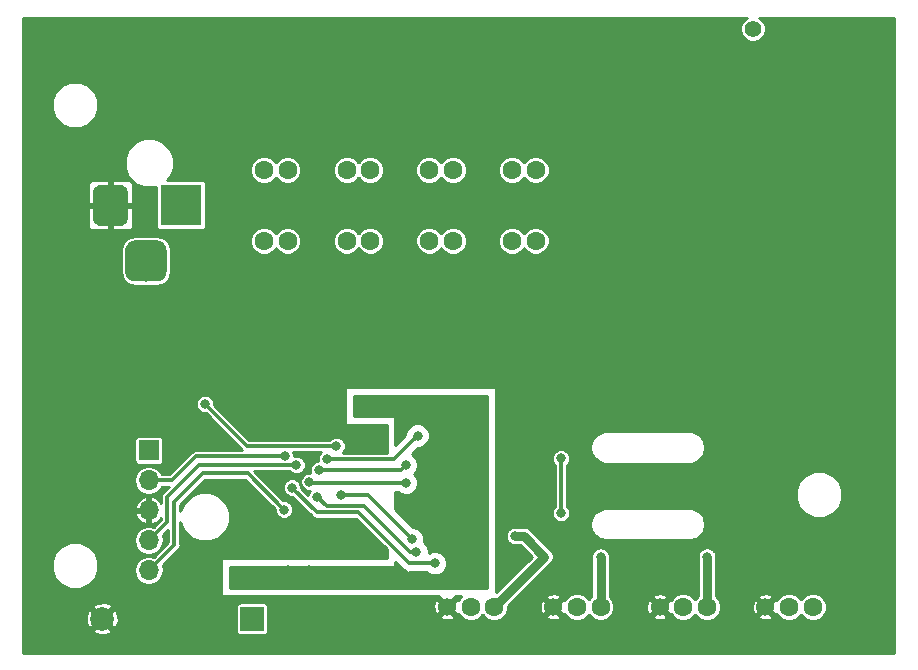
<source format=gbr>
G04 #@! TF.GenerationSoftware,KiCad,Pcbnew,5.0.2-bee76a0~70~ubuntu18.04.1*
G04 #@! TF.CreationDate,2019-04-11T12:15:27+02:00*
G04 #@! TF.ProjectId,Plant_monitoring_device,506c616e-745f-46d6-9f6e-69746f72696e,rev?*
G04 #@! TF.SameCoordinates,Original*
G04 #@! TF.FileFunction,Copper,L2,Bot*
G04 #@! TF.FilePolarity,Positive*
%FSLAX46Y46*%
G04 Gerber Fmt 4.6, Leading zero omitted, Abs format (unit mm)*
G04 Created by KiCad (PCBNEW 5.0.2-bee76a0~70~ubuntu18.04.1) date Čt 11. dubna 2019, 12:15:27 CEST*
%MOMM*%
%LPD*%
G01*
G04 APERTURE LIST*
G04 #@! TA.AperFunction,ComponentPad*
%ADD10C,2.000000*%
G04 #@! TD*
G04 #@! TA.AperFunction,ComponentPad*
%ADD11R,2.000000X2.000000*%
G04 #@! TD*
G04 #@! TA.AperFunction,ComponentPad*
%ADD12C,1.524000*%
G04 #@! TD*
G04 #@! TA.AperFunction,ComponentPad*
%ADD13C,1.600000*%
G04 #@! TD*
G04 #@! TA.AperFunction,ComponentPad*
%ADD14O,1.700000X1.700000*%
G04 #@! TD*
G04 #@! TA.AperFunction,ComponentPad*
%ADD15R,1.700000X1.700000*%
G04 #@! TD*
G04 #@! TA.AperFunction,Conductor*
%ADD16C,0.100000*%
G04 #@! TD*
G04 #@! TA.AperFunction,ComponentPad*
%ADD17C,3.500000*%
G04 #@! TD*
G04 #@! TA.AperFunction,ComponentPad*
%ADD18C,3.000000*%
G04 #@! TD*
G04 #@! TA.AperFunction,ComponentPad*
%ADD19R,3.500000X3.500000*%
G04 #@! TD*
G04 #@! TA.AperFunction,ComponentPad*
%ADD20C,1.400000*%
G04 #@! TD*
G04 #@! TA.AperFunction,ViaPad*
%ADD21C,0.800000*%
G04 #@! TD*
G04 #@! TA.AperFunction,Conductor*
%ADD22C,0.300000*%
G04 #@! TD*
G04 #@! TA.AperFunction,Conductor*
%ADD23C,0.800000*%
G04 #@! TD*
G04 #@! TA.AperFunction,Conductor*
%ADD24C,0.250000*%
G04 #@! TD*
G04 APERTURE END LIST*
D10*
G04 #@! TO.P,BAT1,2*
G04 #@! TO.N,GND*
X199300000Y-148500000D03*
D11*
G04 #@! TO.P,BAT1,1*
G04 #@! TO.N,VCC*
X212000000Y-148500000D03*
G04 #@! TD*
D12*
G04 #@! TO.P,J12,3*
G04 #@! TO.N,GND*
X237500000Y-147500000D03*
D13*
G04 #@! TO.P,J12,2*
G04 #@! TO.N,/ADC_SOIL2*
X239500000Y-147500000D03*
G04 #@! TO.P,J12,1*
G04 #@! TO.N,VDDA*
X241500000Y-147500000D03*
G04 #@! TD*
D14*
G04 #@! TO.P,J2,5*
G04 #@! TO.N,/NRST*
X203250000Y-144410000D03*
G04 #@! TO.P,J2,4*
G04 #@! TO.N,/SWDIO*
X203250000Y-141870000D03*
G04 #@! TO.P,J2,3*
G04 #@! TO.N,GND*
X203250000Y-139330000D03*
G04 #@! TO.P,J2,2*
G04 #@! TO.N,/SWCLK*
X203250000Y-136790000D03*
D15*
G04 #@! TO.P,J2,1*
G04 #@! TO.N,VCC*
X203250000Y-134250000D03*
G04 #@! TD*
D12*
G04 #@! TO.P,J13,3*
G04 #@! TO.N,GND*
X246500000Y-147500000D03*
D13*
G04 #@! TO.P,J13,2*
G04 #@! TO.N,/ADC_SOIL3*
X248500000Y-147500000D03*
G04 #@! TO.P,J13,1*
G04 #@! TO.N,VDDA*
X250500000Y-147500000D03*
G04 #@! TD*
D12*
G04 #@! TO.P,J11,3*
G04 #@! TO.N,GND*
X228500000Y-147500000D03*
D13*
G04 #@! TO.P,J11,2*
G04 #@! TO.N,/ADC_SOIL1*
X230500000Y-147500000D03*
G04 #@! TO.P,J11,1*
G04 #@! TO.N,VDDA*
X232500000Y-147500000D03*
G04 #@! TD*
D12*
G04 #@! TO.P,J14,3*
G04 #@! TO.N,GND*
X255460000Y-147500000D03*
D13*
G04 #@! TO.P,J14,2*
G04 #@! TO.N,/ADC_SOIL4*
X257460000Y-147500000D03*
G04 #@! TO.P,J14,1*
G04 #@! TO.N,VDDA*
X259460000Y-147500000D03*
G04 #@! TD*
G04 #@! TO.P,J3,2*
G04 #@! TO.N,Net-(J3-Pad2)*
X215000000Y-116500000D03*
G04 #@! TO.P,J3,1*
G04 #@! TO.N,+12V*
X213000000Y-116500000D03*
G04 #@! TD*
G04 #@! TO.P,J4,2*
G04 #@! TO.N,Net-(J4-Pad2)*
X222000000Y-116500000D03*
G04 #@! TO.P,J4,1*
G04 #@! TO.N,+12V*
X220000000Y-116500000D03*
G04 #@! TD*
G04 #@! TO.P,J5,2*
G04 #@! TO.N,Net-(J5-Pad2)*
X229000000Y-116500000D03*
G04 #@! TO.P,J5,1*
G04 #@! TO.N,+12V*
X227000000Y-116500000D03*
G04 #@! TD*
G04 #@! TO.P,J6,2*
G04 #@! TO.N,Net-(J6-Pad2)*
X236000000Y-116500000D03*
G04 #@! TO.P,J6,1*
G04 #@! TO.N,+12V*
X234000000Y-116500000D03*
G04 #@! TD*
G04 #@! TO.P,J8,2*
G04 #@! TO.N,Net-(J8-Pad2)*
X222000000Y-110500000D03*
G04 #@! TO.P,J8,1*
G04 #@! TO.N,+12V*
X220000000Y-110500000D03*
G04 #@! TD*
G04 #@! TO.P,J9,2*
G04 #@! TO.N,Net-(J9-Pad2)*
X229000000Y-110500000D03*
G04 #@! TO.P,J9,1*
G04 #@! TO.N,+12V*
X227000000Y-110500000D03*
G04 #@! TD*
G04 #@! TO.P,J10,2*
G04 #@! TO.N,Net-(J10-Pad2)*
X236000000Y-110500000D03*
G04 #@! TO.P,J10,1*
G04 #@! TO.N,+12V*
X234000000Y-110500000D03*
G04 #@! TD*
G04 #@! TO.P,J7,2*
G04 #@! TO.N,Net-(J7-Pad2)*
X215000000Y-110500000D03*
G04 #@! TO.P,J7,1*
G04 #@! TO.N,+12V*
X213000000Y-110500000D03*
G04 #@! TD*
D16*
G04 #@! TO.N,N/C*
G04 #@! TO.C,J1*
G36*
X203960765Y-116454213D02*
X204045704Y-116466813D01*
X204128999Y-116487677D01*
X204209848Y-116516605D01*
X204287472Y-116553319D01*
X204361124Y-116597464D01*
X204430094Y-116648616D01*
X204493718Y-116706282D01*
X204551384Y-116769906D01*
X204602536Y-116838876D01*
X204646681Y-116912528D01*
X204683395Y-116990152D01*
X204712323Y-117071001D01*
X204733187Y-117154296D01*
X204745787Y-117239235D01*
X204750000Y-117325000D01*
X204750000Y-119075000D01*
X204745787Y-119160765D01*
X204733187Y-119245704D01*
X204712323Y-119328999D01*
X204683395Y-119409848D01*
X204646681Y-119487472D01*
X204602536Y-119561124D01*
X204551384Y-119630094D01*
X204493718Y-119693718D01*
X204430094Y-119751384D01*
X204361124Y-119802536D01*
X204287472Y-119846681D01*
X204209848Y-119883395D01*
X204128999Y-119912323D01*
X204045704Y-119933187D01*
X203960765Y-119945787D01*
X203875000Y-119950000D01*
X202125000Y-119950000D01*
X202039235Y-119945787D01*
X201954296Y-119933187D01*
X201871001Y-119912323D01*
X201790152Y-119883395D01*
X201712528Y-119846681D01*
X201638876Y-119802536D01*
X201569906Y-119751384D01*
X201506282Y-119693718D01*
X201448616Y-119630094D01*
X201397464Y-119561124D01*
X201353319Y-119487472D01*
X201316605Y-119409848D01*
X201287677Y-119328999D01*
X201266813Y-119245704D01*
X201254213Y-119160765D01*
X201250000Y-119075000D01*
X201250000Y-117325000D01*
X201254213Y-117239235D01*
X201266813Y-117154296D01*
X201287677Y-117071001D01*
X201316605Y-116990152D01*
X201353319Y-116912528D01*
X201397464Y-116838876D01*
X201448616Y-116769906D01*
X201506282Y-116706282D01*
X201569906Y-116648616D01*
X201638876Y-116597464D01*
X201712528Y-116553319D01*
X201790152Y-116516605D01*
X201871001Y-116487677D01*
X201954296Y-116466813D01*
X202039235Y-116454213D01*
X202125000Y-116450000D01*
X203875000Y-116450000D01*
X203960765Y-116454213D01*
X203960765Y-116454213D01*
G37*
D17*
G04 #@! TD*
G04 #@! TO.P,J1,3*
G04 #@! TO.N,N/C*
X203000000Y-118200000D03*
D16*
G04 #@! TO.N,GND*
G04 #@! TO.C,J1*
G36*
X200823513Y-111753611D02*
X200896318Y-111764411D01*
X200967714Y-111782295D01*
X201037013Y-111807090D01*
X201103548Y-111838559D01*
X201166678Y-111876398D01*
X201225795Y-111920242D01*
X201280330Y-111969670D01*
X201329758Y-112024205D01*
X201373602Y-112083322D01*
X201411441Y-112146452D01*
X201442910Y-112212987D01*
X201467705Y-112282286D01*
X201485589Y-112353682D01*
X201496389Y-112426487D01*
X201500000Y-112500000D01*
X201500000Y-114500000D01*
X201496389Y-114573513D01*
X201485589Y-114646318D01*
X201467705Y-114717714D01*
X201442910Y-114787013D01*
X201411441Y-114853548D01*
X201373602Y-114916678D01*
X201329758Y-114975795D01*
X201280330Y-115030330D01*
X201225795Y-115079758D01*
X201166678Y-115123602D01*
X201103548Y-115161441D01*
X201037013Y-115192910D01*
X200967714Y-115217705D01*
X200896318Y-115235589D01*
X200823513Y-115246389D01*
X200750000Y-115250000D01*
X199250000Y-115250000D01*
X199176487Y-115246389D01*
X199103682Y-115235589D01*
X199032286Y-115217705D01*
X198962987Y-115192910D01*
X198896452Y-115161441D01*
X198833322Y-115123602D01*
X198774205Y-115079758D01*
X198719670Y-115030330D01*
X198670242Y-114975795D01*
X198626398Y-114916678D01*
X198588559Y-114853548D01*
X198557090Y-114787013D01*
X198532295Y-114717714D01*
X198514411Y-114646318D01*
X198503611Y-114573513D01*
X198500000Y-114500000D01*
X198500000Y-112500000D01*
X198503611Y-112426487D01*
X198514411Y-112353682D01*
X198532295Y-112282286D01*
X198557090Y-112212987D01*
X198588559Y-112146452D01*
X198626398Y-112083322D01*
X198670242Y-112024205D01*
X198719670Y-111969670D01*
X198774205Y-111920242D01*
X198833322Y-111876398D01*
X198896452Y-111838559D01*
X198962987Y-111807090D01*
X199032286Y-111782295D01*
X199103682Y-111764411D01*
X199176487Y-111753611D01*
X199250000Y-111750000D01*
X200750000Y-111750000D01*
X200823513Y-111753611D01*
X200823513Y-111753611D01*
G37*
D18*
G04 #@! TD*
G04 #@! TO.P,J1,2*
G04 #@! TO.N,GND*
X200000000Y-113500000D03*
D19*
G04 #@! TO.P,J1,1*
G04 #@! TO.N,+12V*
X206000000Y-113500000D03*
G04 #@! TD*
D20*
G04 #@! TO.P,A1,1*
G04 #@! TO.N,Net-(A1-Pad1)*
X254390000Y-98570000D03*
G04 #@! TD*
D21*
G04 #@! TO.N,GND*
X197000000Y-150750000D03*
X217440000Y-122540000D03*
X224450000Y-122550000D03*
X231440000Y-122540000D03*
X219690000Y-104430000D03*
X226690000Y-104430000D03*
X220650000Y-142960000D03*
X233690000Y-104430000D03*
X217110000Y-130500000D03*
X213990000Y-105510000D03*
X221295000Y-132649998D03*
X210000000Y-120500000D03*
X225000000Y-120500000D03*
X217500000Y-120500000D03*
X232500000Y-120500000D03*
X205000000Y-105000000D03*
X264000000Y-108000000D03*
X264000000Y-105000000D03*
X264000000Y-102000000D03*
X264000000Y-100000000D03*
X256000000Y-98000000D03*
X256000000Y-99000000D03*
X257000000Y-98500000D03*
X257000000Y-99500000D03*
X253000000Y-98000000D03*
X253000000Y-99000000D03*
X252000000Y-98500000D03*
X252000000Y-99500000D03*
X253000000Y-100000000D03*
X256000000Y-100000000D03*
X242770000Y-137274990D03*
X207000000Y-150750000D03*
X202000000Y-150750000D03*
X217000000Y-150750000D03*
X222000000Y-150750000D03*
X212500000Y-140500000D03*
X211499984Y-143000000D03*
X237100000Y-121500000D03*
X237600000Y-124600000D03*
X242000000Y-106000000D03*
X242000000Y-113000000D03*
X242000000Y-116000000D03*
X242000000Y-119000000D03*
X242000000Y-122000000D03*
X242000000Y-125500000D03*
X242000000Y-103000000D03*
X242000000Y-99500000D03*
X198000000Y-102000000D03*
X203000000Y-102000000D03*
X208000000Y-102000000D03*
X213000000Y-102000000D03*
X253000000Y-137000000D03*
X253000000Y-142000000D03*
X258000000Y-142000000D03*
X263000000Y-142000000D03*
X263000000Y-137000000D03*
X263000000Y-147000000D03*
X236000000Y-135000000D03*
X238000000Y-142000000D03*
X241000000Y-139000000D03*
X241000000Y-135500000D03*
X198000000Y-139500000D03*
X198000000Y-134500000D03*
X198000000Y-129500000D03*
X198000000Y-124500000D03*
X198000000Y-109500000D03*
X218000000Y-99500000D03*
X223000000Y-99500000D03*
X228000000Y-99500000D03*
X233000000Y-99500000D03*
X238000000Y-99500000D03*
X245500000Y-99500000D03*
X250500000Y-99500000D03*
X248000000Y-99500000D03*
X258000000Y-99500000D03*
X260500000Y-99500000D03*
X263000000Y-99500000D03*
X264000000Y-115000000D03*
X264000000Y-118000000D03*
X264000000Y-132000000D03*
X261000000Y-134000000D03*
X258000000Y-134000000D03*
X254000000Y-134000000D03*
X251000000Y-134000000D03*
X235000000Y-150000000D03*
X244000000Y-150000000D03*
X253000000Y-150000000D03*
X262000000Y-150000000D03*
X226000000Y-150000000D03*
X222000000Y-148000000D03*
X235000000Y-147000000D03*
X226000000Y-147000000D03*
X244000000Y-147000000D03*
X253000000Y-147000000D03*
X217000000Y-148000000D03*
X207000000Y-148000000D03*
X202000000Y-148000000D03*
X210000000Y-105000000D03*
X201000000Y-106000000D03*
X251000000Y-136000000D03*
X195500000Y-114500000D03*
X234000000Y-137000000D03*
X234000000Y-133500000D03*
X217459990Y-125492459D03*
X241090000Y-128010000D03*
X246000000Y-128609990D03*
X254000000Y-128609990D03*
X258000000Y-128609990D03*
X261000000Y-128609990D03*
X250000000Y-128609990D03*
X213000000Y-128000000D03*
X222250000Y-128600000D03*
X219000000Y-128600000D03*
X219750000Y-101750000D03*
X226750000Y-102000000D03*
X233500000Y-102500000D03*
X233500000Y-106750000D03*
X226750000Y-106750000D03*
X219750000Y-106750000D03*
X208000000Y-133000000D03*
X210000000Y-130000000D03*
X210000000Y-127500000D03*
X212500000Y-130000000D03*
G04 #@! TO.N,/NRST*
X214678556Y-139272253D03*
G04 #@! TO.N,/I2C_SDA*
X225910000Y-142860000D03*
X217500000Y-138200000D03*
G04 #@! TO.N,/I2C_SCL*
X227470000Y-143820000D03*
X215360000Y-137400000D03*
G04 #@! TO.N,VDDA*
X238140000Y-139580000D03*
X238150000Y-134940000D03*
X236750000Y-143250000D03*
X234250000Y-141500000D03*
X241500000Y-143250000D03*
X250500000Y-143250000D03*
G04 #@! TO.N,/COMM_ENA*
X225035536Y-136999381D03*
X216835465Y-136909102D03*
G04 #@! TO.N,VCC*
X227200000Y-134900000D03*
X230000000Y-134900000D03*
X230000000Y-138900000D03*
X228540000Y-140180000D03*
X221188050Y-130509209D03*
X210500000Y-144500000D03*
X210500000Y-145500000D03*
X211500000Y-145500000D03*
X211500000Y-144500000D03*
X212500000Y-144500000D03*
X212500000Y-145500000D03*
X213500000Y-145500000D03*
X213500000Y-144500000D03*
X215000000Y-144399996D03*
X216800000Y-144400000D03*
X229000000Y-133000000D03*
X225000000Y-139000000D03*
X222000000Y-145000000D03*
G04 #@! TO.N,/SENS_ENA*
X225520000Y-141750000D03*
X219500000Y-138000000D03*
G04 #@! TO.N,/BAT_LO*
X208020000Y-130350000D03*
X219130000Y-133879990D03*
G04 #@! TO.N,/UART_TX*
X218350000Y-134980000D03*
X226000004Y-133000000D03*
G04 #@! TO.N,/UART_RX*
X217660000Y-135930000D03*
X225040021Y-135500168D03*
G04 #@! TO.N,/SWDIO*
X215750000Y-135500000D03*
G04 #@! TO.N,/SWCLK*
X214750000Y-134750000D03*
G04 #@! TD*
D22*
G04 #@! TO.N,/NRST*
X207825000Y-136200000D02*
X205400000Y-138625000D01*
X214678556Y-139272253D02*
X211606303Y-136200000D01*
X211606303Y-136200000D02*
X207825000Y-136200000D01*
X205400000Y-142260000D02*
X203250000Y-144410000D01*
X205400000Y-138625000D02*
X205400000Y-142260000D01*
G04 #@! TO.N,/I2C_SDA*
X225344315Y-142860000D02*
X225910000Y-142860000D01*
X221484315Y-139000000D02*
X225344315Y-142860000D01*
X217500000Y-138200000D02*
X218300000Y-139000000D01*
X218300000Y-139000000D02*
X221484315Y-139000000D01*
G04 #@! TO.N,/I2C_SCL*
X225320000Y-143820000D02*
X227470000Y-143820000D01*
X221000000Y-139500000D02*
X225320000Y-143820000D01*
X215360000Y-137400000D02*
X217460000Y-139500000D01*
X217460000Y-139500000D02*
X221000000Y-139500000D01*
G04 #@! TO.N,VDDA*
X238140000Y-134950000D02*
X238150000Y-134940000D01*
X238140000Y-139580000D02*
X238140000Y-134950000D01*
D23*
X241500000Y-147500000D02*
X241500000Y-143250000D01*
X250500000Y-147500000D02*
X250500000Y-143250000D01*
X232500000Y-147500000D02*
X236750000Y-143250000D01*
X235000000Y-141500000D02*
X234250000Y-141500000D01*
X236750000Y-143250000D02*
X235000000Y-141500000D01*
D22*
G04 #@! TO.N,/COMM_ENA*
X225035536Y-136999381D02*
X216925744Y-136999381D01*
X216925744Y-136999381D02*
X216835465Y-136909102D01*
G04 #@! TO.N,/SENS_ENA*
X221770000Y-138000000D02*
X220065685Y-138000000D01*
X225520000Y-141750000D02*
X221770000Y-138000000D01*
X220065685Y-138000000D02*
X219500000Y-138000000D01*
G04 #@! TO.N,/BAT_LO*
X208020000Y-130350000D02*
X211549990Y-133879990D01*
X218564315Y-133879990D02*
X219130000Y-133879990D01*
X211549990Y-133879990D02*
X218564315Y-133879990D01*
G04 #@! TO.N,/UART_TX*
X224020004Y-134980000D02*
X225600005Y-133399999D01*
X218350000Y-134980000D02*
X224020004Y-134980000D01*
X225600005Y-133399999D02*
X226000004Y-133000000D01*
G04 #@! TO.N,/UART_RX*
X224640022Y-135900167D02*
X225040021Y-135500168D01*
X224610189Y-135930000D02*
X224640022Y-135900167D01*
X217660000Y-135930000D02*
X224610189Y-135930000D01*
G04 #@! TO.N,/SWDIO*
X207500000Y-135500000D02*
X215750000Y-135500000D01*
X204800000Y-138200000D02*
X207500000Y-135500000D01*
X203250000Y-141870000D02*
X204800000Y-140320000D01*
X204800000Y-140320000D02*
X204800000Y-138200000D01*
G04 #@! TO.N,/SWCLK*
X205210000Y-136790000D02*
X203250000Y-136790000D01*
X214750000Y-134750000D02*
X207250000Y-134750000D01*
X207250000Y-134750000D02*
X205210000Y-136790000D01*
G04 #@! TD*
D24*
G04 #@! TO.N,VCC*
G36*
X231875000Y-145875000D02*
X210125000Y-145875000D01*
X210125000Y-144125000D01*
X224000000Y-144125000D01*
X224047835Y-144115485D01*
X224088388Y-144088388D01*
X224115485Y-144047835D01*
X224125000Y-144000000D01*
X224125000Y-143721016D01*
X224718019Y-144314035D01*
X224761256Y-144378744D01*
X224825965Y-144421981D01*
X225017610Y-144550034D01*
X225320000Y-144610183D01*
X225396330Y-144595000D01*
X226795431Y-144595000D01*
X226889384Y-144688953D01*
X227266115Y-144845000D01*
X227673885Y-144845000D01*
X228050616Y-144688953D01*
X228338953Y-144400616D01*
X228495000Y-144023885D01*
X228495000Y-143616115D01*
X228338953Y-143239384D01*
X228050616Y-142951047D01*
X227673885Y-142795000D01*
X227266115Y-142795000D01*
X226935000Y-142932152D01*
X226935000Y-142656115D01*
X226778953Y-142279384D01*
X226518187Y-142018618D01*
X226545000Y-141953885D01*
X226545000Y-141546115D01*
X226388953Y-141169384D01*
X226100616Y-140881047D01*
X225723885Y-140725000D01*
X225591016Y-140725000D01*
X224125000Y-139258984D01*
X224125000Y-137774381D01*
X224360967Y-137774381D01*
X224454920Y-137868334D01*
X224831651Y-138024381D01*
X225239421Y-138024381D01*
X225616152Y-137868334D01*
X225904489Y-137579997D01*
X226060536Y-137203266D01*
X226060536Y-136795496D01*
X225904489Y-136418765D01*
X225737741Y-136252017D01*
X225908974Y-136080784D01*
X226065021Y-135704053D01*
X226065021Y-135296283D01*
X225908974Y-134919552D01*
X225620637Y-134631215D01*
X225510447Y-134585573D01*
X226071020Y-134025000D01*
X226203889Y-134025000D01*
X226580620Y-133868953D01*
X226868957Y-133580616D01*
X227025004Y-133203885D01*
X227025004Y-132796115D01*
X226868957Y-132419384D01*
X226580620Y-132131047D01*
X226203889Y-131975000D01*
X225796119Y-131975000D01*
X225419388Y-132131047D01*
X225131051Y-132419384D01*
X224975004Y-132796115D01*
X224975004Y-132928984D01*
X224125000Y-133778989D01*
X224125000Y-131500000D01*
X224115485Y-131452165D01*
X224088388Y-131411612D01*
X224047835Y-131384515D01*
X224000000Y-131375000D01*
X220625000Y-131375000D01*
X220625000Y-129625000D01*
X231875000Y-129625000D01*
X231875000Y-145875000D01*
X231875000Y-145875000D01*
G37*
X231875000Y-145875000D02*
X210125000Y-145875000D01*
X210125000Y-144125000D01*
X224000000Y-144125000D01*
X224047835Y-144115485D01*
X224088388Y-144088388D01*
X224115485Y-144047835D01*
X224125000Y-144000000D01*
X224125000Y-143721016D01*
X224718019Y-144314035D01*
X224761256Y-144378744D01*
X224825965Y-144421981D01*
X225017610Y-144550034D01*
X225320000Y-144610183D01*
X225396330Y-144595000D01*
X226795431Y-144595000D01*
X226889384Y-144688953D01*
X227266115Y-144845000D01*
X227673885Y-144845000D01*
X228050616Y-144688953D01*
X228338953Y-144400616D01*
X228495000Y-144023885D01*
X228495000Y-143616115D01*
X228338953Y-143239384D01*
X228050616Y-142951047D01*
X227673885Y-142795000D01*
X227266115Y-142795000D01*
X226935000Y-142932152D01*
X226935000Y-142656115D01*
X226778953Y-142279384D01*
X226518187Y-142018618D01*
X226545000Y-141953885D01*
X226545000Y-141546115D01*
X226388953Y-141169384D01*
X226100616Y-140881047D01*
X225723885Y-140725000D01*
X225591016Y-140725000D01*
X224125000Y-139258984D01*
X224125000Y-137774381D01*
X224360967Y-137774381D01*
X224454920Y-137868334D01*
X224831651Y-138024381D01*
X225239421Y-138024381D01*
X225616152Y-137868334D01*
X225904489Y-137579997D01*
X226060536Y-137203266D01*
X226060536Y-136795496D01*
X225904489Y-136418765D01*
X225737741Y-136252017D01*
X225908974Y-136080784D01*
X226065021Y-135704053D01*
X226065021Y-135296283D01*
X225908974Y-134919552D01*
X225620637Y-134631215D01*
X225510447Y-134585573D01*
X226071020Y-134025000D01*
X226203889Y-134025000D01*
X226580620Y-133868953D01*
X226868957Y-133580616D01*
X227025004Y-133203885D01*
X227025004Y-132796115D01*
X226868957Y-132419384D01*
X226580620Y-132131047D01*
X226203889Y-131975000D01*
X225796119Y-131975000D01*
X225419388Y-132131047D01*
X225131051Y-132419384D01*
X224975004Y-132796115D01*
X224975004Y-132928984D01*
X224125000Y-133778989D01*
X224125000Y-131500000D01*
X224115485Y-131452165D01*
X224088388Y-131411612D01*
X224047835Y-131384515D01*
X224000000Y-131375000D01*
X220625000Y-131375000D01*
X220625000Y-129625000D01*
X231875000Y-129625000D01*
X231875000Y-145875000D01*
G04 #@! TO.N,GND*
G36*
X253781062Y-97658659D02*
X253478659Y-97961062D01*
X253315000Y-98356169D01*
X253315000Y-98783831D01*
X253478659Y-99178938D01*
X253781062Y-99481341D01*
X254176169Y-99645000D01*
X254603831Y-99645000D01*
X254998938Y-99481341D01*
X255301341Y-99178938D01*
X255465000Y-98783831D01*
X255465000Y-98356169D01*
X255301341Y-97961062D01*
X254998938Y-97658659D01*
X254917678Y-97625000D01*
X266375000Y-97625000D01*
X266375000Y-151375000D01*
X192625000Y-151375000D01*
X192625000Y-149509184D01*
X198467592Y-149509184D01*
X198580371Y-149703147D01*
X199095574Y-149886953D01*
X199641899Y-149859608D01*
X200019629Y-149703147D01*
X200132408Y-149509184D01*
X199300000Y-148676777D01*
X198467592Y-149509184D01*
X192625000Y-149509184D01*
X192625000Y-148295574D01*
X197913047Y-148295574D01*
X197940392Y-148841899D01*
X198096853Y-149219629D01*
X198290816Y-149332408D01*
X199123223Y-148500000D01*
X199476777Y-148500000D01*
X200309184Y-149332408D01*
X200503147Y-149219629D01*
X200686953Y-148704426D01*
X200659608Y-148158101D01*
X200503147Y-147780371D01*
X200309184Y-147667592D01*
X199476777Y-148500000D01*
X199123223Y-148500000D01*
X198290816Y-147667592D01*
X198096853Y-147780371D01*
X197913047Y-148295574D01*
X192625000Y-148295574D01*
X192625000Y-147490816D01*
X198467592Y-147490816D01*
X199300000Y-148323223D01*
X200123223Y-147500000D01*
X210617654Y-147500000D01*
X210617654Y-149500000D01*
X210646758Y-149646317D01*
X210729641Y-149770359D01*
X210853683Y-149853242D01*
X211000000Y-149882346D01*
X213000000Y-149882346D01*
X213146317Y-149853242D01*
X213270359Y-149770359D01*
X213353242Y-149646317D01*
X213382346Y-149500000D01*
X213382346Y-148336626D01*
X227840151Y-148336626D01*
X227923695Y-148505878D01*
X228352497Y-148649852D01*
X228803754Y-148618772D01*
X229076305Y-148505878D01*
X229159849Y-148336626D01*
X228500000Y-147676777D01*
X227840151Y-148336626D01*
X213382346Y-148336626D01*
X213382346Y-147500000D01*
X213353242Y-147353683D01*
X213352450Y-147352497D01*
X227350148Y-147352497D01*
X227381228Y-147803754D01*
X227494122Y-148076305D01*
X227663374Y-148159849D01*
X228323223Y-147500000D01*
X227663374Y-146840151D01*
X227494122Y-146923695D01*
X227350148Y-147352497D01*
X213352450Y-147352497D01*
X213270359Y-147229641D01*
X213146317Y-147146758D01*
X213000000Y-147117654D01*
X211000000Y-147117654D01*
X210853683Y-147146758D01*
X210729641Y-147229641D01*
X210646758Y-147353683D01*
X210617654Y-147500000D01*
X200123223Y-147500000D01*
X200132408Y-147490816D01*
X200019629Y-147296853D01*
X199504426Y-147113047D01*
X198958101Y-147140392D01*
X198580371Y-147296853D01*
X198467592Y-147490816D01*
X192625000Y-147490816D01*
X192625000Y-143607148D01*
X195025000Y-143607148D01*
X195025000Y-144392852D01*
X195325675Y-145118748D01*
X195881252Y-145674325D01*
X196607148Y-145975000D01*
X197392852Y-145975000D01*
X198118748Y-145674325D01*
X198674325Y-145118748D01*
X198975000Y-144392852D01*
X198975000Y-143607148D01*
X198674325Y-142881252D01*
X198118748Y-142325675D01*
X197392852Y-142025000D01*
X196607148Y-142025000D01*
X195881252Y-142325675D01*
X195325675Y-142881252D01*
X195025000Y-143607148D01*
X192625000Y-143607148D01*
X192625000Y-139644093D01*
X202065951Y-139644093D01*
X202190645Y-139945157D01*
X202506694Y-140303729D01*
X202935905Y-140514059D01*
X203125000Y-140454867D01*
X203125000Y-139455000D01*
X202125677Y-139455000D01*
X202065951Y-139644093D01*
X192625000Y-139644093D01*
X192625000Y-139015907D01*
X202065951Y-139015907D01*
X202125677Y-139205000D01*
X203125000Y-139205000D01*
X203125000Y-138205133D01*
X202935905Y-138145941D01*
X202506694Y-138356271D01*
X202190645Y-138714843D01*
X202065951Y-139015907D01*
X192625000Y-139015907D01*
X192625000Y-136790000D01*
X202001001Y-136790000D01*
X202096075Y-137267971D01*
X202366824Y-137673176D01*
X202772029Y-137943925D01*
X203129348Y-138015000D01*
X203370652Y-138015000D01*
X203727971Y-137943925D01*
X204133176Y-137673176D01*
X204372501Y-137315000D01*
X204942539Y-137315000D01*
X204465334Y-137792205D01*
X204421497Y-137821496D01*
X204339693Y-137943925D01*
X204305461Y-137995156D01*
X204264715Y-138200000D01*
X204275001Y-138251711D01*
X204275001Y-138675867D01*
X203993306Y-138356271D01*
X203564095Y-138145941D01*
X203375000Y-138205133D01*
X203375000Y-139205000D01*
X203395000Y-139205000D01*
X203395000Y-139455000D01*
X203375000Y-139455000D01*
X203375000Y-140454867D01*
X203564095Y-140514059D01*
X203993306Y-140303729D01*
X204275000Y-139984134D01*
X204275000Y-140102538D01*
X203672498Y-140705041D01*
X203370652Y-140645000D01*
X203129348Y-140645000D01*
X202772029Y-140716075D01*
X202366824Y-140986824D01*
X202096075Y-141392029D01*
X202001001Y-141870000D01*
X202096075Y-142347971D01*
X202366824Y-142753176D01*
X202772029Y-143023925D01*
X203129348Y-143095000D01*
X203370652Y-143095000D01*
X203727971Y-143023925D01*
X204133176Y-142753176D01*
X204403925Y-142347971D01*
X204498999Y-141870000D01*
X204414959Y-141447502D01*
X204875001Y-140987461D01*
X204875001Y-142042537D01*
X203672498Y-143245041D01*
X203370652Y-143185000D01*
X203129348Y-143185000D01*
X202772029Y-143256075D01*
X202366824Y-143526824D01*
X202096075Y-143932029D01*
X202001001Y-144410000D01*
X202096075Y-144887971D01*
X202366824Y-145293176D01*
X202772029Y-145563925D01*
X203129348Y-145635000D01*
X203370652Y-145635000D01*
X203727971Y-145563925D01*
X204133176Y-145293176D01*
X204403925Y-144887971D01*
X204498999Y-144410000D01*
X204414959Y-143987502D01*
X205734667Y-142667795D01*
X205778504Y-142638504D01*
X205894539Y-142464845D01*
X205920367Y-142335000D01*
X205935285Y-142260001D01*
X205925000Y-142208295D01*
X205925000Y-140338071D01*
X206219706Y-141049554D01*
X206810446Y-141640294D01*
X207582284Y-141960000D01*
X208417716Y-141960000D01*
X209189554Y-141640294D01*
X209780294Y-141049554D01*
X210100000Y-140277716D01*
X210100000Y-139442284D01*
X209780294Y-138670446D01*
X209189554Y-138079706D01*
X208417716Y-137760000D01*
X207582284Y-137760000D01*
X206810446Y-138079706D01*
X206219706Y-138670446D01*
X205925000Y-139381929D01*
X205925000Y-138842461D01*
X208042462Y-136725000D01*
X211388842Y-136725000D01*
X213903556Y-139239715D01*
X213903556Y-139426410D01*
X214021543Y-139711255D01*
X214239554Y-139929266D01*
X214524399Y-140047253D01*
X214832713Y-140047253D01*
X215117558Y-139929266D01*
X215335569Y-139711255D01*
X215453556Y-139426410D01*
X215453556Y-139118096D01*
X215335569Y-138833251D01*
X215117558Y-138615240D01*
X214832713Y-138497253D01*
X214646018Y-138497253D01*
X212173764Y-136025000D01*
X215178985Y-136025000D01*
X215310998Y-136157013D01*
X215595843Y-136275000D01*
X215904157Y-136275000D01*
X216189002Y-136157013D01*
X216407013Y-135939002D01*
X216525000Y-135654157D01*
X216525000Y-135345843D01*
X216407013Y-135060998D01*
X216189002Y-134842987D01*
X215904157Y-134725000D01*
X215595843Y-134725000D01*
X215525000Y-134754344D01*
X215525000Y-134595843D01*
X215445946Y-134404990D01*
X217828995Y-134404990D01*
X217692987Y-134540998D01*
X217575000Y-134825843D01*
X217575000Y-135134157D01*
X217583633Y-135155000D01*
X217505843Y-135155000D01*
X217220998Y-135272987D01*
X217002987Y-135490998D01*
X216885000Y-135775843D01*
X216885000Y-136084157D01*
X216905688Y-136134102D01*
X216681308Y-136134102D01*
X216396463Y-136252089D01*
X216178452Y-136470100D01*
X216060465Y-136754945D01*
X216060465Y-137063259D01*
X216178452Y-137348104D01*
X216396463Y-137566115D01*
X216681308Y-137684102D01*
X216919883Y-137684102D01*
X216842987Y-137760998D01*
X216731826Y-138029364D01*
X216135000Y-137432539D01*
X216135000Y-137245843D01*
X216017013Y-136960998D01*
X215799002Y-136742987D01*
X215514157Y-136625000D01*
X215205843Y-136625000D01*
X214920998Y-136742987D01*
X214702987Y-136960998D01*
X214585000Y-137245843D01*
X214585000Y-137554157D01*
X214702987Y-137839002D01*
X214920998Y-138057013D01*
X215205843Y-138175000D01*
X215392539Y-138175000D01*
X217052205Y-139834667D01*
X217081496Y-139878504D01*
X217255155Y-139994539D01*
X217408294Y-140025000D01*
X217459999Y-140035285D01*
X217511704Y-140025000D01*
X220782539Y-140025000D01*
X223375000Y-142617462D01*
X223375000Y-143375000D01*
X209500000Y-143375000D01*
X209452165Y-143384515D01*
X209411612Y-143411612D01*
X209384515Y-143452165D01*
X209375000Y-143500000D01*
X209375000Y-146500000D01*
X209384515Y-146547835D01*
X209411612Y-146588388D01*
X209452165Y-146615485D01*
X209500000Y-146625000D01*
X227859093Y-146625000D01*
X227840151Y-146663374D01*
X228500000Y-147323223D01*
X229159849Y-146663374D01*
X229140907Y-146625000D01*
X229713299Y-146625000D01*
X229503883Y-146834416D01*
X229473519Y-146907722D01*
X229336626Y-146840151D01*
X228676777Y-147500000D01*
X229336626Y-148159849D01*
X229473519Y-148092278D01*
X229503883Y-148165584D01*
X229834416Y-148496117D01*
X230266278Y-148675000D01*
X230733722Y-148675000D01*
X231165584Y-148496117D01*
X231496117Y-148165584D01*
X231500000Y-148156210D01*
X231503883Y-148165584D01*
X231834416Y-148496117D01*
X232266278Y-148675000D01*
X232733722Y-148675000D01*
X233165584Y-148496117D01*
X233325075Y-148336626D01*
X236840151Y-148336626D01*
X236923695Y-148505878D01*
X237352497Y-148649852D01*
X237803754Y-148618772D01*
X238076305Y-148505878D01*
X238159849Y-148336626D01*
X237500000Y-147676777D01*
X236840151Y-148336626D01*
X233325075Y-148336626D01*
X233496117Y-148165584D01*
X233675000Y-147733722D01*
X233675000Y-147421015D01*
X233743518Y-147352497D01*
X236350148Y-147352497D01*
X236381228Y-147803754D01*
X236494122Y-148076305D01*
X236663374Y-148159849D01*
X237323223Y-147500000D01*
X237676777Y-147500000D01*
X238336626Y-148159849D01*
X238473519Y-148092278D01*
X238503883Y-148165584D01*
X238834416Y-148496117D01*
X239266278Y-148675000D01*
X239733722Y-148675000D01*
X240165584Y-148496117D01*
X240496117Y-148165584D01*
X240500000Y-148156210D01*
X240503883Y-148165584D01*
X240834416Y-148496117D01*
X241266278Y-148675000D01*
X241733722Y-148675000D01*
X242165584Y-148496117D01*
X242325075Y-148336626D01*
X245840151Y-148336626D01*
X245923695Y-148505878D01*
X246352497Y-148649852D01*
X246803754Y-148618772D01*
X247076305Y-148505878D01*
X247159849Y-148336626D01*
X246500000Y-147676777D01*
X245840151Y-148336626D01*
X242325075Y-148336626D01*
X242496117Y-148165584D01*
X242675000Y-147733722D01*
X242675000Y-147352497D01*
X245350148Y-147352497D01*
X245381228Y-147803754D01*
X245494122Y-148076305D01*
X245663374Y-148159849D01*
X246323223Y-147500000D01*
X246676777Y-147500000D01*
X247336626Y-148159849D01*
X247473519Y-148092278D01*
X247503883Y-148165584D01*
X247834416Y-148496117D01*
X248266278Y-148675000D01*
X248733722Y-148675000D01*
X249165584Y-148496117D01*
X249496117Y-148165584D01*
X249500000Y-148156210D01*
X249503883Y-148165584D01*
X249834416Y-148496117D01*
X250266278Y-148675000D01*
X250733722Y-148675000D01*
X251165584Y-148496117D01*
X251325075Y-148336626D01*
X254800151Y-148336626D01*
X254883695Y-148505878D01*
X255312497Y-148649852D01*
X255763754Y-148618772D01*
X256036305Y-148505878D01*
X256119849Y-148336626D01*
X255460000Y-147676777D01*
X254800151Y-148336626D01*
X251325075Y-148336626D01*
X251496117Y-148165584D01*
X251675000Y-147733722D01*
X251675000Y-147352497D01*
X254310148Y-147352497D01*
X254341228Y-147803754D01*
X254454122Y-148076305D01*
X254623374Y-148159849D01*
X255283223Y-147500000D01*
X255636777Y-147500000D01*
X256296626Y-148159849D01*
X256433519Y-148092278D01*
X256463883Y-148165584D01*
X256794416Y-148496117D01*
X257226278Y-148675000D01*
X257693722Y-148675000D01*
X258125584Y-148496117D01*
X258456117Y-148165584D01*
X258460000Y-148156210D01*
X258463883Y-148165584D01*
X258794416Y-148496117D01*
X259226278Y-148675000D01*
X259693722Y-148675000D01*
X260125584Y-148496117D01*
X260456117Y-148165584D01*
X260635000Y-147733722D01*
X260635000Y-147266278D01*
X260456117Y-146834416D01*
X260125584Y-146503883D01*
X259693722Y-146325000D01*
X259226278Y-146325000D01*
X258794416Y-146503883D01*
X258463883Y-146834416D01*
X258460000Y-146843790D01*
X258456117Y-146834416D01*
X258125584Y-146503883D01*
X257693722Y-146325000D01*
X257226278Y-146325000D01*
X256794416Y-146503883D01*
X256463883Y-146834416D01*
X256433519Y-146907722D01*
X256296626Y-146840151D01*
X255636777Y-147500000D01*
X255283223Y-147500000D01*
X254623374Y-146840151D01*
X254454122Y-146923695D01*
X254310148Y-147352497D01*
X251675000Y-147352497D01*
X251675000Y-147266278D01*
X251496117Y-146834416D01*
X251325075Y-146663374D01*
X254800151Y-146663374D01*
X255460000Y-147323223D01*
X256119849Y-146663374D01*
X256036305Y-146494122D01*
X255607503Y-146350148D01*
X255156246Y-146381228D01*
X254883695Y-146494122D01*
X254800151Y-146663374D01*
X251325075Y-146663374D01*
X251275000Y-146613299D01*
X251275000Y-143095843D01*
X251245217Y-143023941D01*
X251230034Y-142947610D01*
X251186795Y-142882899D01*
X251157013Y-142810998D01*
X251101983Y-142755968D01*
X251058744Y-142691256D01*
X250994032Y-142648017D01*
X250939002Y-142592987D01*
X250867101Y-142563205D01*
X250802390Y-142519966D01*
X250726059Y-142504783D01*
X250654157Y-142475000D01*
X250576330Y-142475000D01*
X250500000Y-142459817D01*
X250423670Y-142475000D01*
X250345843Y-142475000D01*
X250273940Y-142504783D01*
X250197611Y-142519966D01*
X250132901Y-142563204D01*
X250060998Y-142592987D01*
X250005966Y-142648019D01*
X249941257Y-142691256D01*
X249898020Y-142755965D01*
X249842987Y-142810998D01*
X249813203Y-142882903D01*
X249769967Y-142947610D01*
X249754785Y-143023936D01*
X249725000Y-143095843D01*
X249725000Y-143404157D01*
X249725001Y-143404159D01*
X249725000Y-146613299D01*
X249503883Y-146834416D01*
X249500000Y-146843790D01*
X249496117Y-146834416D01*
X249165584Y-146503883D01*
X248733722Y-146325000D01*
X248266278Y-146325000D01*
X247834416Y-146503883D01*
X247503883Y-146834416D01*
X247473519Y-146907722D01*
X247336626Y-146840151D01*
X246676777Y-147500000D01*
X246323223Y-147500000D01*
X245663374Y-146840151D01*
X245494122Y-146923695D01*
X245350148Y-147352497D01*
X242675000Y-147352497D01*
X242675000Y-147266278D01*
X242496117Y-146834416D01*
X242325075Y-146663374D01*
X245840151Y-146663374D01*
X246500000Y-147323223D01*
X247159849Y-146663374D01*
X247076305Y-146494122D01*
X246647503Y-146350148D01*
X246196246Y-146381228D01*
X245923695Y-146494122D01*
X245840151Y-146663374D01*
X242325075Y-146663374D01*
X242275000Y-146613299D01*
X242275000Y-143095843D01*
X242245217Y-143023941D01*
X242230034Y-142947610D01*
X242186795Y-142882899D01*
X242157013Y-142810998D01*
X242101983Y-142755968D01*
X242058744Y-142691256D01*
X241994032Y-142648017D01*
X241939002Y-142592987D01*
X241867101Y-142563205D01*
X241802390Y-142519966D01*
X241726059Y-142504783D01*
X241654157Y-142475000D01*
X241576330Y-142475000D01*
X241500000Y-142459817D01*
X241423670Y-142475000D01*
X241345843Y-142475000D01*
X241273940Y-142504783D01*
X241197611Y-142519966D01*
X241132901Y-142563204D01*
X241060998Y-142592987D01*
X241005966Y-142648019D01*
X240941257Y-142691256D01*
X240898020Y-142755965D01*
X240842987Y-142810998D01*
X240813203Y-142882903D01*
X240769967Y-142947610D01*
X240754785Y-143023936D01*
X240725000Y-143095843D01*
X240725000Y-143404157D01*
X240725001Y-143404159D01*
X240725000Y-146613299D01*
X240503883Y-146834416D01*
X240500000Y-146843790D01*
X240496117Y-146834416D01*
X240165584Y-146503883D01*
X239733722Y-146325000D01*
X239266278Y-146325000D01*
X238834416Y-146503883D01*
X238503883Y-146834416D01*
X238473519Y-146907722D01*
X238336626Y-146840151D01*
X237676777Y-147500000D01*
X237323223Y-147500000D01*
X236663374Y-146840151D01*
X236494122Y-146923695D01*
X236350148Y-147352497D01*
X233743518Y-147352497D01*
X234432641Y-146663374D01*
X236840151Y-146663374D01*
X237500000Y-147323223D01*
X238159849Y-146663374D01*
X238076305Y-146494122D01*
X237647503Y-146350148D01*
X237196246Y-146381228D01*
X236923695Y-146494122D01*
X236840151Y-146663374D01*
X234432641Y-146663374D01*
X237244038Y-143851978D01*
X237308743Y-143808743D01*
X237351978Y-143744038D01*
X237351981Y-143744035D01*
X237351983Y-143744032D01*
X237407013Y-143689002D01*
X237436795Y-143617101D01*
X237480034Y-143552390D01*
X237495217Y-143476059D01*
X237525000Y-143404157D01*
X237525000Y-143326330D01*
X237540183Y-143250000D01*
X237525000Y-143173670D01*
X237525000Y-143095843D01*
X237495217Y-143023941D01*
X237480034Y-142947610D01*
X237436795Y-142882899D01*
X237407013Y-142810998D01*
X237351983Y-142755968D01*
X237308744Y-142691256D01*
X237244035Y-142648019D01*
X235601983Y-141005968D01*
X235558744Y-140941256D01*
X235302390Y-140769966D01*
X235076330Y-140725000D01*
X235000000Y-140709817D01*
X234923670Y-140725000D01*
X234095843Y-140725000D01*
X234023941Y-140754783D01*
X233947610Y-140769966D01*
X233882899Y-140813205D01*
X233810998Y-140842987D01*
X233755968Y-140898017D01*
X233691256Y-140941256D01*
X233648017Y-141005968D01*
X233592987Y-141060998D01*
X233563205Y-141132899D01*
X233519966Y-141197610D01*
X233504783Y-141273941D01*
X233475000Y-141345843D01*
X233475000Y-141423670D01*
X233459817Y-141500000D01*
X233475000Y-141576330D01*
X233475000Y-141654157D01*
X233504783Y-141726059D01*
X233519966Y-141802390D01*
X233563205Y-141867101D01*
X233592987Y-141939002D01*
X233648017Y-141994032D01*
X233691256Y-142058744D01*
X233755968Y-142101983D01*
X233810998Y-142157013D01*
X233882899Y-142186795D01*
X233947610Y-142230034D01*
X234023941Y-142245217D01*
X234095843Y-142275000D01*
X234678985Y-142275000D01*
X235653984Y-143250000D01*
X232625000Y-146278985D01*
X232625000Y-140426742D01*
X240631715Y-140426742D01*
X240631715Y-140573256D01*
X240707835Y-140955939D01*
X240763903Y-141091300D01*
X240763905Y-141091302D01*
X240980675Y-141415721D01*
X240980676Y-141415724D01*
X241084276Y-141519324D01*
X241084279Y-141519325D01*
X241408700Y-141736097D01*
X241544061Y-141792165D01*
X241926744Y-141868285D01*
X241926746Y-141868285D01*
X241963019Y-141875500D01*
X249036981Y-141875500D01*
X249073254Y-141868285D01*
X249073256Y-141868285D01*
X249455939Y-141792165D01*
X249591300Y-141736097D01*
X249591302Y-141736095D01*
X249915721Y-141519325D01*
X249915724Y-141519324D01*
X250019324Y-141415724D01*
X250019325Y-141415721D01*
X250236097Y-141091300D01*
X250292165Y-140955939D01*
X250368285Y-140573256D01*
X250368285Y-140426742D01*
X250292165Y-140044061D01*
X250236097Y-139908700D01*
X250019324Y-139584277D01*
X250019324Y-139584276D01*
X249915724Y-139480676D01*
X249915721Y-139480675D01*
X249591302Y-139263905D01*
X249591300Y-139263903D01*
X249455939Y-139207835D01*
X249073256Y-139131715D01*
X249073254Y-139131715D01*
X249036981Y-139124500D01*
X241963019Y-139124500D01*
X241926746Y-139131715D01*
X241926744Y-139131715D01*
X241544061Y-139207835D01*
X241408700Y-139263903D01*
X241084279Y-139480675D01*
X241084276Y-139480676D01*
X240980676Y-139584276D01*
X240980676Y-139584277D01*
X240763905Y-139908698D01*
X240763903Y-139908700D01*
X240707835Y-140044061D01*
X240631715Y-140426742D01*
X232625000Y-140426742D01*
X232625000Y-139425843D01*
X237365000Y-139425843D01*
X237365000Y-139734157D01*
X237482987Y-140019002D01*
X237700998Y-140237013D01*
X237985843Y-140355000D01*
X238294157Y-140355000D01*
X238579002Y-140237013D01*
X238797013Y-140019002D01*
X238915000Y-139734157D01*
X238915000Y-139425843D01*
X238797013Y-139140998D01*
X238665000Y-139008985D01*
X238665000Y-137607148D01*
X258025000Y-137607148D01*
X258025000Y-138392852D01*
X258325675Y-139118748D01*
X258881252Y-139674325D01*
X259607148Y-139975000D01*
X260392852Y-139975000D01*
X261118748Y-139674325D01*
X261674325Y-139118748D01*
X261975000Y-138392852D01*
X261975000Y-137607148D01*
X261674325Y-136881252D01*
X261118748Y-136325675D01*
X260392852Y-136025000D01*
X259607148Y-136025000D01*
X258881252Y-136325675D01*
X258325675Y-136881252D01*
X258025000Y-137607148D01*
X238665000Y-137607148D01*
X238665000Y-135521015D01*
X238807013Y-135379002D01*
X238925000Y-135094157D01*
X238925000Y-134785843D01*
X238807013Y-134500998D01*
X238589002Y-134282987D01*
X238304157Y-134165000D01*
X237995843Y-134165000D01*
X237710998Y-134282987D01*
X237492987Y-134500998D01*
X237375000Y-134785843D01*
X237375000Y-135094157D01*
X237492987Y-135379002D01*
X237615001Y-135501016D01*
X237615000Y-139008985D01*
X237482987Y-139140998D01*
X237365000Y-139425843D01*
X232625000Y-139425843D01*
X232625000Y-133926742D01*
X240631715Y-133926742D01*
X240631715Y-134073256D01*
X240707835Y-134455939D01*
X240763903Y-134591300D01*
X240763905Y-134591302D01*
X240980675Y-134915721D01*
X240980676Y-134915724D01*
X241084276Y-135019324D01*
X241084279Y-135019325D01*
X241408700Y-135236097D01*
X241544061Y-135292165D01*
X241926744Y-135368285D01*
X241926746Y-135368285D01*
X241963019Y-135375500D01*
X249036981Y-135375500D01*
X249073254Y-135368285D01*
X249073256Y-135368285D01*
X249455939Y-135292165D01*
X249591300Y-135236097D01*
X249591302Y-135236095D01*
X249915721Y-135019325D01*
X249915724Y-135019324D01*
X250019324Y-134915724D01*
X250019325Y-134915721D01*
X250236097Y-134591300D01*
X250292165Y-134455939D01*
X250368285Y-134073256D01*
X250368285Y-133926742D01*
X250292165Y-133544061D01*
X250236097Y-133408700D01*
X250019324Y-133084277D01*
X250019324Y-133084276D01*
X249915724Y-132980676D01*
X249915721Y-132980675D01*
X249591302Y-132763905D01*
X249591300Y-132763903D01*
X249455939Y-132707835D01*
X249073256Y-132631715D01*
X249073254Y-132631715D01*
X249036981Y-132624500D01*
X241963019Y-132624500D01*
X241926746Y-132631715D01*
X241926744Y-132631715D01*
X241544061Y-132707835D01*
X241408700Y-132763903D01*
X241084279Y-132980675D01*
X241084276Y-132980676D01*
X240980676Y-133084276D01*
X240980676Y-133084277D01*
X240763905Y-133408698D01*
X240763903Y-133408700D01*
X240707835Y-133544061D01*
X240631715Y-133926742D01*
X232625000Y-133926742D01*
X232625000Y-129000000D01*
X232615485Y-128952165D01*
X232588388Y-128911612D01*
X232547835Y-128884515D01*
X232500000Y-128875000D01*
X220000000Y-128875000D01*
X219952165Y-128884515D01*
X219911612Y-128911612D01*
X219884515Y-128952165D01*
X219875000Y-129000000D01*
X219875000Y-132000000D01*
X219884515Y-132047835D01*
X219911612Y-132088388D01*
X219952165Y-132115485D01*
X220000000Y-132125000D01*
X223375000Y-132125000D01*
X223375000Y-134455000D01*
X219651005Y-134455000D01*
X219787013Y-134318992D01*
X219905000Y-134034147D01*
X219905000Y-133725833D01*
X219787013Y-133440988D01*
X219569002Y-133222977D01*
X219284157Y-133104990D01*
X218975843Y-133104990D01*
X218690998Y-133222977D01*
X218558985Y-133354990D01*
X211767452Y-133354990D01*
X208795000Y-130382539D01*
X208795000Y-130195843D01*
X208677013Y-129910998D01*
X208459002Y-129692987D01*
X208174157Y-129575000D01*
X207865843Y-129575000D01*
X207580998Y-129692987D01*
X207362987Y-129910998D01*
X207245000Y-130195843D01*
X207245000Y-130504157D01*
X207362987Y-130789002D01*
X207580998Y-131007013D01*
X207865843Y-131125000D01*
X208052539Y-131125000D01*
X211142195Y-134214657D01*
X211149106Y-134225000D01*
X207301706Y-134225000D01*
X207250000Y-134214715D01*
X207045155Y-134255461D01*
X206871496Y-134371496D01*
X206842205Y-134415333D01*
X204992539Y-136265000D01*
X204372501Y-136265000D01*
X204133176Y-135906824D01*
X203727971Y-135636075D01*
X203370652Y-135565000D01*
X203129348Y-135565000D01*
X202772029Y-135636075D01*
X202366824Y-135906824D01*
X202096075Y-136312029D01*
X202001001Y-136790000D01*
X192625000Y-136790000D01*
X192625000Y-133400000D01*
X202017654Y-133400000D01*
X202017654Y-135100000D01*
X202046758Y-135246317D01*
X202129641Y-135370359D01*
X202253683Y-135453242D01*
X202400000Y-135482346D01*
X204100000Y-135482346D01*
X204246317Y-135453242D01*
X204370359Y-135370359D01*
X204453242Y-135246317D01*
X204482346Y-135100000D01*
X204482346Y-133400000D01*
X204453242Y-133253683D01*
X204370359Y-133129641D01*
X204246317Y-133046758D01*
X204100000Y-133017654D01*
X202400000Y-133017654D01*
X202253683Y-133046758D01*
X202129641Y-133129641D01*
X202046758Y-133253683D01*
X202017654Y-133400000D01*
X192625000Y-133400000D01*
X192625000Y-117325000D01*
X200867654Y-117325000D01*
X200867654Y-119075000D01*
X200963364Y-119556165D01*
X201235922Y-119964078D01*
X201643835Y-120236636D01*
X202125000Y-120332346D01*
X203875000Y-120332346D01*
X204356165Y-120236636D01*
X204764078Y-119964078D01*
X205036636Y-119556165D01*
X205132346Y-119075000D01*
X205132346Y-117325000D01*
X205036636Y-116843835D01*
X204764078Y-116435922D01*
X204510188Y-116266278D01*
X211825000Y-116266278D01*
X211825000Y-116733722D01*
X212003883Y-117165584D01*
X212334416Y-117496117D01*
X212766278Y-117675000D01*
X213233722Y-117675000D01*
X213665584Y-117496117D01*
X213996117Y-117165584D01*
X214000000Y-117156210D01*
X214003883Y-117165584D01*
X214334416Y-117496117D01*
X214766278Y-117675000D01*
X215233722Y-117675000D01*
X215665584Y-117496117D01*
X215996117Y-117165584D01*
X216175000Y-116733722D01*
X216175000Y-116266278D01*
X218825000Y-116266278D01*
X218825000Y-116733722D01*
X219003883Y-117165584D01*
X219334416Y-117496117D01*
X219766278Y-117675000D01*
X220233722Y-117675000D01*
X220665584Y-117496117D01*
X220996117Y-117165584D01*
X221000000Y-117156210D01*
X221003883Y-117165584D01*
X221334416Y-117496117D01*
X221766278Y-117675000D01*
X222233722Y-117675000D01*
X222665584Y-117496117D01*
X222996117Y-117165584D01*
X223175000Y-116733722D01*
X223175000Y-116266278D01*
X225825000Y-116266278D01*
X225825000Y-116733722D01*
X226003883Y-117165584D01*
X226334416Y-117496117D01*
X226766278Y-117675000D01*
X227233722Y-117675000D01*
X227665584Y-117496117D01*
X227996117Y-117165584D01*
X228000000Y-117156210D01*
X228003883Y-117165584D01*
X228334416Y-117496117D01*
X228766278Y-117675000D01*
X229233722Y-117675000D01*
X229665584Y-117496117D01*
X229996117Y-117165584D01*
X230175000Y-116733722D01*
X230175000Y-116266278D01*
X232825000Y-116266278D01*
X232825000Y-116733722D01*
X233003883Y-117165584D01*
X233334416Y-117496117D01*
X233766278Y-117675000D01*
X234233722Y-117675000D01*
X234665584Y-117496117D01*
X234996117Y-117165584D01*
X235000000Y-117156210D01*
X235003883Y-117165584D01*
X235334416Y-117496117D01*
X235766278Y-117675000D01*
X236233722Y-117675000D01*
X236665584Y-117496117D01*
X236996117Y-117165584D01*
X237175000Y-116733722D01*
X237175000Y-116266278D01*
X236996117Y-115834416D01*
X236665584Y-115503883D01*
X236233722Y-115325000D01*
X235766278Y-115325000D01*
X235334416Y-115503883D01*
X235003883Y-115834416D01*
X235000000Y-115843790D01*
X234996117Y-115834416D01*
X234665584Y-115503883D01*
X234233722Y-115325000D01*
X233766278Y-115325000D01*
X233334416Y-115503883D01*
X233003883Y-115834416D01*
X232825000Y-116266278D01*
X230175000Y-116266278D01*
X229996117Y-115834416D01*
X229665584Y-115503883D01*
X229233722Y-115325000D01*
X228766278Y-115325000D01*
X228334416Y-115503883D01*
X228003883Y-115834416D01*
X228000000Y-115843790D01*
X227996117Y-115834416D01*
X227665584Y-115503883D01*
X227233722Y-115325000D01*
X226766278Y-115325000D01*
X226334416Y-115503883D01*
X226003883Y-115834416D01*
X225825000Y-116266278D01*
X223175000Y-116266278D01*
X222996117Y-115834416D01*
X222665584Y-115503883D01*
X222233722Y-115325000D01*
X221766278Y-115325000D01*
X221334416Y-115503883D01*
X221003883Y-115834416D01*
X221000000Y-115843790D01*
X220996117Y-115834416D01*
X220665584Y-115503883D01*
X220233722Y-115325000D01*
X219766278Y-115325000D01*
X219334416Y-115503883D01*
X219003883Y-115834416D01*
X218825000Y-116266278D01*
X216175000Y-116266278D01*
X215996117Y-115834416D01*
X215665584Y-115503883D01*
X215233722Y-115325000D01*
X214766278Y-115325000D01*
X214334416Y-115503883D01*
X214003883Y-115834416D01*
X214000000Y-115843790D01*
X213996117Y-115834416D01*
X213665584Y-115503883D01*
X213233722Y-115325000D01*
X212766278Y-115325000D01*
X212334416Y-115503883D01*
X212003883Y-115834416D01*
X211825000Y-116266278D01*
X204510188Y-116266278D01*
X204356165Y-116163364D01*
X203875000Y-116067654D01*
X202125000Y-116067654D01*
X201643835Y-116163364D01*
X201235922Y-116435922D01*
X200963364Y-116843835D01*
X200867654Y-117325000D01*
X192625000Y-117325000D01*
X192625000Y-113718750D01*
X198125000Y-113718750D01*
X198125000Y-115324592D01*
X198182090Y-115462421D01*
X198287580Y-115567910D01*
X198425408Y-115625000D01*
X199781250Y-115625000D01*
X199875000Y-115531250D01*
X199875000Y-113625000D01*
X200125000Y-113625000D01*
X200125000Y-115531250D01*
X200218750Y-115625000D01*
X201574592Y-115625000D01*
X201712420Y-115567910D01*
X201817910Y-115462421D01*
X201875000Y-115324592D01*
X201875000Y-113718750D01*
X201781250Y-113625000D01*
X200125000Y-113625000D01*
X199875000Y-113625000D01*
X198218750Y-113625000D01*
X198125000Y-113718750D01*
X192625000Y-113718750D01*
X192625000Y-111675408D01*
X198125000Y-111675408D01*
X198125000Y-113281250D01*
X198218750Y-113375000D01*
X199875000Y-113375000D01*
X199875000Y-111468750D01*
X200125000Y-111468750D01*
X200125000Y-113375000D01*
X201781250Y-113375000D01*
X201875000Y-113281250D01*
X201875000Y-111675408D01*
X201817910Y-111537579D01*
X201712420Y-111432090D01*
X201574592Y-111375000D01*
X200218750Y-111375000D01*
X200125000Y-111468750D01*
X199875000Y-111468750D01*
X199781250Y-111375000D01*
X198425408Y-111375000D01*
X198287580Y-111432090D01*
X198182090Y-111537579D01*
X198125000Y-111675408D01*
X192625000Y-111675408D01*
X192625000Y-109472284D01*
X201200000Y-109472284D01*
X201200000Y-110307716D01*
X201519706Y-111079554D01*
X202110446Y-111670294D01*
X202882284Y-111990000D01*
X203717716Y-111990000D01*
X203867654Y-111927894D01*
X203867654Y-115250000D01*
X203896758Y-115396317D01*
X203979641Y-115520359D01*
X204103683Y-115603242D01*
X204250000Y-115632346D01*
X207750000Y-115632346D01*
X207896317Y-115603242D01*
X208020359Y-115520359D01*
X208103242Y-115396317D01*
X208132346Y-115250000D01*
X208132346Y-111750000D01*
X208103242Y-111603683D01*
X208020359Y-111479641D01*
X207896317Y-111396758D01*
X207750000Y-111367654D01*
X204792194Y-111367654D01*
X205080294Y-111079554D01*
X205400000Y-110307716D01*
X205400000Y-110266278D01*
X211825000Y-110266278D01*
X211825000Y-110733722D01*
X212003883Y-111165584D01*
X212334416Y-111496117D01*
X212766278Y-111675000D01*
X213233722Y-111675000D01*
X213665584Y-111496117D01*
X213996117Y-111165584D01*
X214000000Y-111156210D01*
X214003883Y-111165584D01*
X214334416Y-111496117D01*
X214766278Y-111675000D01*
X215233722Y-111675000D01*
X215665584Y-111496117D01*
X215996117Y-111165584D01*
X216175000Y-110733722D01*
X216175000Y-110266278D01*
X218825000Y-110266278D01*
X218825000Y-110733722D01*
X219003883Y-111165584D01*
X219334416Y-111496117D01*
X219766278Y-111675000D01*
X220233722Y-111675000D01*
X220665584Y-111496117D01*
X220996117Y-111165584D01*
X221000000Y-111156210D01*
X221003883Y-111165584D01*
X221334416Y-111496117D01*
X221766278Y-111675000D01*
X222233722Y-111675000D01*
X222665584Y-111496117D01*
X222996117Y-111165584D01*
X223175000Y-110733722D01*
X223175000Y-110266278D01*
X225825000Y-110266278D01*
X225825000Y-110733722D01*
X226003883Y-111165584D01*
X226334416Y-111496117D01*
X226766278Y-111675000D01*
X227233722Y-111675000D01*
X227665584Y-111496117D01*
X227996117Y-111165584D01*
X228000000Y-111156210D01*
X228003883Y-111165584D01*
X228334416Y-111496117D01*
X228766278Y-111675000D01*
X229233722Y-111675000D01*
X229665584Y-111496117D01*
X229996117Y-111165584D01*
X230175000Y-110733722D01*
X230175000Y-110266278D01*
X232825000Y-110266278D01*
X232825000Y-110733722D01*
X233003883Y-111165584D01*
X233334416Y-111496117D01*
X233766278Y-111675000D01*
X234233722Y-111675000D01*
X234665584Y-111496117D01*
X234996117Y-111165584D01*
X235000000Y-111156210D01*
X235003883Y-111165584D01*
X235334416Y-111496117D01*
X235766278Y-111675000D01*
X236233722Y-111675000D01*
X236665584Y-111496117D01*
X236996117Y-111165584D01*
X237175000Y-110733722D01*
X237175000Y-110266278D01*
X236996117Y-109834416D01*
X236665584Y-109503883D01*
X236233722Y-109325000D01*
X235766278Y-109325000D01*
X235334416Y-109503883D01*
X235003883Y-109834416D01*
X235000000Y-109843790D01*
X234996117Y-109834416D01*
X234665584Y-109503883D01*
X234233722Y-109325000D01*
X233766278Y-109325000D01*
X233334416Y-109503883D01*
X233003883Y-109834416D01*
X232825000Y-110266278D01*
X230175000Y-110266278D01*
X229996117Y-109834416D01*
X229665584Y-109503883D01*
X229233722Y-109325000D01*
X228766278Y-109325000D01*
X228334416Y-109503883D01*
X228003883Y-109834416D01*
X228000000Y-109843790D01*
X227996117Y-109834416D01*
X227665584Y-109503883D01*
X227233722Y-109325000D01*
X226766278Y-109325000D01*
X226334416Y-109503883D01*
X226003883Y-109834416D01*
X225825000Y-110266278D01*
X223175000Y-110266278D01*
X222996117Y-109834416D01*
X222665584Y-109503883D01*
X222233722Y-109325000D01*
X221766278Y-109325000D01*
X221334416Y-109503883D01*
X221003883Y-109834416D01*
X221000000Y-109843790D01*
X220996117Y-109834416D01*
X220665584Y-109503883D01*
X220233722Y-109325000D01*
X219766278Y-109325000D01*
X219334416Y-109503883D01*
X219003883Y-109834416D01*
X218825000Y-110266278D01*
X216175000Y-110266278D01*
X215996117Y-109834416D01*
X215665584Y-109503883D01*
X215233722Y-109325000D01*
X214766278Y-109325000D01*
X214334416Y-109503883D01*
X214003883Y-109834416D01*
X214000000Y-109843790D01*
X213996117Y-109834416D01*
X213665584Y-109503883D01*
X213233722Y-109325000D01*
X212766278Y-109325000D01*
X212334416Y-109503883D01*
X212003883Y-109834416D01*
X211825000Y-110266278D01*
X205400000Y-110266278D01*
X205400000Y-109472284D01*
X205080294Y-108700446D01*
X204489554Y-108109706D01*
X203717716Y-107790000D01*
X202882284Y-107790000D01*
X202110446Y-108109706D01*
X201519706Y-108700446D01*
X201200000Y-109472284D01*
X192625000Y-109472284D01*
X192625000Y-104607148D01*
X195025000Y-104607148D01*
X195025000Y-105392852D01*
X195325675Y-106118748D01*
X195881252Y-106674325D01*
X196607148Y-106975000D01*
X197392852Y-106975000D01*
X198118748Y-106674325D01*
X198674325Y-106118748D01*
X198975000Y-105392852D01*
X198975000Y-104607148D01*
X198674325Y-103881252D01*
X198118748Y-103325675D01*
X197392852Y-103025000D01*
X196607148Y-103025000D01*
X195881252Y-103325675D01*
X195325675Y-103881252D01*
X195025000Y-104607148D01*
X192625000Y-104607148D01*
X192625000Y-97625000D01*
X253862322Y-97625000D01*
X253781062Y-97658659D01*
X253781062Y-97658659D01*
G37*
X253781062Y-97658659D02*
X253478659Y-97961062D01*
X253315000Y-98356169D01*
X253315000Y-98783831D01*
X253478659Y-99178938D01*
X253781062Y-99481341D01*
X254176169Y-99645000D01*
X254603831Y-99645000D01*
X254998938Y-99481341D01*
X255301341Y-99178938D01*
X255465000Y-98783831D01*
X255465000Y-98356169D01*
X255301341Y-97961062D01*
X254998938Y-97658659D01*
X254917678Y-97625000D01*
X266375000Y-97625000D01*
X266375000Y-151375000D01*
X192625000Y-151375000D01*
X192625000Y-149509184D01*
X198467592Y-149509184D01*
X198580371Y-149703147D01*
X199095574Y-149886953D01*
X199641899Y-149859608D01*
X200019629Y-149703147D01*
X200132408Y-149509184D01*
X199300000Y-148676777D01*
X198467592Y-149509184D01*
X192625000Y-149509184D01*
X192625000Y-148295574D01*
X197913047Y-148295574D01*
X197940392Y-148841899D01*
X198096853Y-149219629D01*
X198290816Y-149332408D01*
X199123223Y-148500000D01*
X199476777Y-148500000D01*
X200309184Y-149332408D01*
X200503147Y-149219629D01*
X200686953Y-148704426D01*
X200659608Y-148158101D01*
X200503147Y-147780371D01*
X200309184Y-147667592D01*
X199476777Y-148500000D01*
X199123223Y-148500000D01*
X198290816Y-147667592D01*
X198096853Y-147780371D01*
X197913047Y-148295574D01*
X192625000Y-148295574D01*
X192625000Y-147490816D01*
X198467592Y-147490816D01*
X199300000Y-148323223D01*
X200123223Y-147500000D01*
X210617654Y-147500000D01*
X210617654Y-149500000D01*
X210646758Y-149646317D01*
X210729641Y-149770359D01*
X210853683Y-149853242D01*
X211000000Y-149882346D01*
X213000000Y-149882346D01*
X213146317Y-149853242D01*
X213270359Y-149770359D01*
X213353242Y-149646317D01*
X213382346Y-149500000D01*
X213382346Y-148336626D01*
X227840151Y-148336626D01*
X227923695Y-148505878D01*
X228352497Y-148649852D01*
X228803754Y-148618772D01*
X229076305Y-148505878D01*
X229159849Y-148336626D01*
X228500000Y-147676777D01*
X227840151Y-148336626D01*
X213382346Y-148336626D01*
X213382346Y-147500000D01*
X213353242Y-147353683D01*
X213352450Y-147352497D01*
X227350148Y-147352497D01*
X227381228Y-147803754D01*
X227494122Y-148076305D01*
X227663374Y-148159849D01*
X228323223Y-147500000D01*
X227663374Y-146840151D01*
X227494122Y-146923695D01*
X227350148Y-147352497D01*
X213352450Y-147352497D01*
X213270359Y-147229641D01*
X213146317Y-147146758D01*
X213000000Y-147117654D01*
X211000000Y-147117654D01*
X210853683Y-147146758D01*
X210729641Y-147229641D01*
X210646758Y-147353683D01*
X210617654Y-147500000D01*
X200123223Y-147500000D01*
X200132408Y-147490816D01*
X200019629Y-147296853D01*
X199504426Y-147113047D01*
X198958101Y-147140392D01*
X198580371Y-147296853D01*
X198467592Y-147490816D01*
X192625000Y-147490816D01*
X192625000Y-143607148D01*
X195025000Y-143607148D01*
X195025000Y-144392852D01*
X195325675Y-145118748D01*
X195881252Y-145674325D01*
X196607148Y-145975000D01*
X197392852Y-145975000D01*
X198118748Y-145674325D01*
X198674325Y-145118748D01*
X198975000Y-144392852D01*
X198975000Y-143607148D01*
X198674325Y-142881252D01*
X198118748Y-142325675D01*
X197392852Y-142025000D01*
X196607148Y-142025000D01*
X195881252Y-142325675D01*
X195325675Y-142881252D01*
X195025000Y-143607148D01*
X192625000Y-143607148D01*
X192625000Y-139644093D01*
X202065951Y-139644093D01*
X202190645Y-139945157D01*
X202506694Y-140303729D01*
X202935905Y-140514059D01*
X203125000Y-140454867D01*
X203125000Y-139455000D01*
X202125677Y-139455000D01*
X202065951Y-139644093D01*
X192625000Y-139644093D01*
X192625000Y-139015907D01*
X202065951Y-139015907D01*
X202125677Y-139205000D01*
X203125000Y-139205000D01*
X203125000Y-138205133D01*
X202935905Y-138145941D01*
X202506694Y-138356271D01*
X202190645Y-138714843D01*
X202065951Y-139015907D01*
X192625000Y-139015907D01*
X192625000Y-136790000D01*
X202001001Y-136790000D01*
X202096075Y-137267971D01*
X202366824Y-137673176D01*
X202772029Y-137943925D01*
X203129348Y-138015000D01*
X203370652Y-138015000D01*
X203727971Y-137943925D01*
X204133176Y-137673176D01*
X204372501Y-137315000D01*
X204942539Y-137315000D01*
X204465334Y-137792205D01*
X204421497Y-137821496D01*
X204339693Y-137943925D01*
X204305461Y-137995156D01*
X204264715Y-138200000D01*
X204275001Y-138251711D01*
X204275001Y-138675867D01*
X203993306Y-138356271D01*
X203564095Y-138145941D01*
X203375000Y-138205133D01*
X203375000Y-139205000D01*
X203395000Y-139205000D01*
X203395000Y-139455000D01*
X203375000Y-139455000D01*
X203375000Y-140454867D01*
X203564095Y-140514059D01*
X203993306Y-140303729D01*
X204275000Y-139984134D01*
X204275000Y-140102538D01*
X203672498Y-140705041D01*
X203370652Y-140645000D01*
X203129348Y-140645000D01*
X202772029Y-140716075D01*
X202366824Y-140986824D01*
X202096075Y-141392029D01*
X202001001Y-141870000D01*
X202096075Y-142347971D01*
X202366824Y-142753176D01*
X202772029Y-143023925D01*
X203129348Y-143095000D01*
X203370652Y-143095000D01*
X203727971Y-143023925D01*
X204133176Y-142753176D01*
X204403925Y-142347971D01*
X204498999Y-141870000D01*
X204414959Y-141447502D01*
X204875001Y-140987461D01*
X204875001Y-142042537D01*
X203672498Y-143245041D01*
X203370652Y-143185000D01*
X203129348Y-143185000D01*
X202772029Y-143256075D01*
X202366824Y-143526824D01*
X202096075Y-143932029D01*
X202001001Y-144410000D01*
X202096075Y-144887971D01*
X202366824Y-145293176D01*
X202772029Y-145563925D01*
X203129348Y-145635000D01*
X203370652Y-145635000D01*
X203727971Y-145563925D01*
X204133176Y-145293176D01*
X204403925Y-144887971D01*
X204498999Y-144410000D01*
X204414959Y-143987502D01*
X205734667Y-142667795D01*
X205778504Y-142638504D01*
X205894539Y-142464845D01*
X205920367Y-142335000D01*
X205935285Y-142260001D01*
X205925000Y-142208295D01*
X205925000Y-140338071D01*
X206219706Y-141049554D01*
X206810446Y-141640294D01*
X207582284Y-141960000D01*
X208417716Y-141960000D01*
X209189554Y-141640294D01*
X209780294Y-141049554D01*
X210100000Y-140277716D01*
X210100000Y-139442284D01*
X209780294Y-138670446D01*
X209189554Y-138079706D01*
X208417716Y-137760000D01*
X207582284Y-137760000D01*
X206810446Y-138079706D01*
X206219706Y-138670446D01*
X205925000Y-139381929D01*
X205925000Y-138842461D01*
X208042462Y-136725000D01*
X211388842Y-136725000D01*
X213903556Y-139239715D01*
X213903556Y-139426410D01*
X214021543Y-139711255D01*
X214239554Y-139929266D01*
X214524399Y-140047253D01*
X214832713Y-140047253D01*
X215117558Y-139929266D01*
X215335569Y-139711255D01*
X215453556Y-139426410D01*
X215453556Y-139118096D01*
X215335569Y-138833251D01*
X215117558Y-138615240D01*
X214832713Y-138497253D01*
X214646018Y-138497253D01*
X212173764Y-136025000D01*
X215178985Y-136025000D01*
X215310998Y-136157013D01*
X215595843Y-136275000D01*
X215904157Y-136275000D01*
X216189002Y-136157013D01*
X216407013Y-135939002D01*
X216525000Y-135654157D01*
X216525000Y-135345843D01*
X216407013Y-135060998D01*
X216189002Y-134842987D01*
X215904157Y-134725000D01*
X215595843Y-134725000D01*
X215525000Y-134754344D01*
X215525000Y-134595843D01*
X215445946Y-134404990D01*
X217828995Y-134404990D01*
X217692987Y-134540998D01*
X217575000Y-134825843D01*
X217575000Y-135134157D01*
X217583633Y-135155000D01*
X217505843Y-135155000D01*
X217220998Y-135272987D01*
X217002987Y-135490998D01*
X216885000Y-135775843D01*
X216885000Y-136084157D01*
X216905688Y-136134102D01*
X216681308Y-136134102D01*
X216396463Y-136252089D01*
X216178452Y-136470100D01*
X216060465Y-136754945D01*
X216060465Y-137063259D01*
X216178452Y-137348104D01*
X216396463Y-137566115D01*
X216681308Y-137684102D01*
X216919883Y-137684102D01*
X216842987Y-137760998D01*
X216731826Y-138029364D01*
X216135000Y-137432539D01*
X216135000Y-137245843D01*
X216017013Y-136960998D01*
X215799002Y-136742987D01*
X215514157Y-136625000D01*
X215205843Y-136625000D01*
X214920998Y-136742987D01*
X214702987Y-136960998D01*
X214585000Y-137245843D01*
X214585000Y-137554157D01*
X214702987Y-137839002D01*
X214920998Y-138057013D01*
X215205843Y-138175000D01*
X215392539Y-138175000D01*
X217052205Y-139834667D01*
X217081496Y-139878504D01*
X217255155Y-139994539D01*
X217408294Y-140025000D01*
X217459999Y-140035285D01*
X217511704Y-140025000D01*
X220782539Y-140025000D01*
X223375000Y-142617462D01*
X223375000Y-143375000D01*
X209500000Y-143375000D01*
X209452165Y-143384515D01*
X209411612Y-143411612D01*
X209384515Y-143452165D01*
X209375000Y-143500000D01*
X209375000Y-146500000D01*
X209384515Y-146547835D01*
X209411612Y-146588388D01*
X209452165Y-146615485D01*
X209500000Y-146625000D01*
X227859093Y-146625000D01*
X227840151Y-146663374D01*
X228500000Y-147323223D01*
X229159849Y-146663374D01*
X229140907Y-146625000D01*
X229713299Y-146625000D01*
X229503883Y-146834416D01*
X229473519Y-146907722D01*
X229336626Y-146840151D01*
X228676777Y-147500000D01*
X229336626Y-148159849D01*
X229473519Y-148092278D01*
X229503883Y-148165584D01*
X229834416Y-148496117D01*
X230266278Y-148675000D01*
X230733722Y-148675000D01*
X231165584Y-148496117D01*
X231496117Y-148165584D01*
X231500000Y-148156210D01*
X231503883Y-148165584D01*
X231834416Y-148496117D01*
X232266278Y-148675000D01*
X232733722Y-148675000D01*
X233165584Y-148496117D01*
X233325075Y-148336626D01*
X236840151Y-148336626D01*
X236923695Y-148505878D01*
X237352497Y-148649852D01*
X237803754Y-148618772D01*
X238076305Y-148505878D01*
X238159849Y-148336626D01*
X237500000Y-147676777D01*
X236840151Y-148336626D01*
X233325075Y-148336626D01*
X233496117Y-148165584D01*
X233675000Y-147733722D01*
X233675000Y-147421015D01*
X233743518Y-147352497D01*
X236350148Y-147352497D01*
X236381228Y-147803754D01*
X236494122Y-148076305D01*
X236663374Y-148159849D01*
X237323223Y-147500000D01*
X237676777Y-147500000D01*
X238336626Y-148159849D01*
X238473519Y-148092278D01*
X238503883Y-148165584D01*
X238834416Y-148496117D01*
X239266278Y-148675000D01*
X239733722Y-148675000D01*
X240165584Y-148496117D01*
X240496117Y-148165584D01*
X240500000Y-148156210D01*
X240503883Y-148165584D01*
X240834416Y-148496117D01*
X241266278Y-148675000D01*
X241733722Y-148675000D01*
X242165584Y-148496117D01*
X242325075Y-148336626D01*
X245840151Y-148336626D01*
X245923695Y-148505878D01*
X246352497Y-148649852D01*
X246803754Y-148618772D01*
X247076305Y-148505878D01*
X247159849Y-148336626D01*
X246500000Y-147676777D01*
X245840151Y-148336626D01*
X242325075Y-148336626D01*
X242496117Y-148165584D01*
X242675000Y-147733722D01*
X242675000Y-147352497D01*
X245350148Y-147352497D01*
X245381228Y-147803754D01*
X245494122Y-148076305D01*
X245663374Y-148159849D01*
X246323223Y-147500000D01*
X246676777Y-147500000D01*
X247336626Y-148159849D01*
X247473519Y-148092278D01*
X247503883Y-148165584D01*
X247834416Y-148496117D01*
X248266278Y-148675000D01*
X248733722Y-148675000D01*
X249165584Y-148496117D01*
X249496117Y-148165584D01*
X249500000Y-148156210D01*
X249503883Y-148165584D01*
X249834416Y-148496117D01*
X250266278Y-148675000D01*
X250733722Y-148675000D01*
X251165584Y-148496117D01*
X251325075Y-148336626D01*
X254800151Y-148336626D01*
X254883695Y-148505878D01*
X255312497Y-148649852D01*
X255763754Y-148618772D01*
X256036305Y-148505878D01*
X256119849Y-148336626D01*
X255460000Y-147676777D01*
X254800151Y-148336626D01*
X251325075Y-148336626D01*
X251496117Y-148165584D01*
X251675000Y-147733722D01*
X251675000Y-147352497D01*
X254310148Y-147352497D01*
X254341228Y-147803754D01*
X254454122Y-148076305D01*
X254623374Y-148159849D01*
X255283223Y-147500000D01*
X255636777Y-147500000D01*
X256296626Y-148159849D01*
X256433519Y-148092278D01*
X256463883Y-148165584D01*
X256794416Y-148496117D01*
X257226278Y-148675000D01*
X257693722Y-148675000D01*
X258125584Y-148496117D01*
X258456117Y-148165584D01*
X258460000Y-148156210D01*
X258463883Y-148165584D01*
X258794416Y-148496117D01*
X259226278Y-148675000D01*
X259693722Y-148675000D01*
X260125584Y-148496117D01*
X260456117Y-148165584D01*
X260635000Y-147733722D01*
X260635000Y-147266278D01*
X260456117Y-146834416D01*
X260125584Y-146503883D01*
X259693722Y-146325000D01*
X259226278Y-146325000D01*
X258794416Y-146503883D01*
X258463883Y-146834416D01*
X258460000Y-146843790D01*
X258456117Y-146834416D01*
X258125584Y-146503883D01*
X257693722Y-146325000D01*
X257226278Y-146325000D01*
X256794416Y-146503883D01*
X256463883Y-146834416D01*
X256433519Y-146907722D01*
X256296626Y-146840151D01*
X255636777Y-147500000D01*
X255283223Y-147500000D01*
X254623374Y-146840151D01*
X254454122Y-146923695D01*
X254310148Y-147352497D01*
X251675000Y-147352497D01*
X251675000Y-147266278D01*
X251496117Y-146834416D01*
X251325075Y-146663374D01*
X254800151Y-146663374D01*
X255460000Y-147323223D01*
X256119849Y-146663374D01*
X256036305Y-146494122D01*
X255607503Y-146350148D01*
X255156246Y-146381228D01*
X254883695Y-146494122D01*
X254800151Y-146663374D01*
X251325075Y-146663374D01*
X251275000Y-146613299D01*
X251275000Y-143095843D01*
X251245217Y-143023941D01*
X251230034Y-142947610D01*
X251186795Y-142882899D01*
X251157013Y-142810998D01*
X251101983Y-142755968D01*
X251058744Y-142691256D01*
X250994032Y-142648017D01*
X250939002Y-142592987D01*
X250867101Y-142563205D01*
X250802390Y-142519966D01*
X250726059Y-142504783D01*
X250654157Y-142475000D01*
X250576330Y-142475000D01*
X250500000Y-142459817D01*
X250423670Y-142475000D01*
X250345843Y-142475000D01*
X250273940Y-142504783D01*
X250197611Y-142519966D01*
X250132901Y-142563204D01*
X250060998Y-142592987D01*
X250005966Y-142648019D01*
X249941257Y-142691256D01*
X249898020Y-142755965D01*
X249842987Y-142810998D01*
X249813203Y-142882903D01*
X249769967Y-142947610D01*
X249754785Y-143023936D01*
X249725000Y-143095843D01*
X249725000Y-143404157D01*
X249725001Y-143404159D01*
X249725000Y-146613299D01*
X249503883Y-146834416D01*
X249500000Y-146843790D01*
X249496117Y-146834416D01*
X249165584Y-146503883D01*
X248733722Y-146325000D01*
X248266278Y-146325000D01*
X247834416Y-146503883D01*
X247503883Y-146834416D01*
X247473519Y-146907722D01*
X247336626Y-146840151D01*
X246676777Y-147500000D01*
X246323223Y-147500000D01*
X245663374Y-146840151D01*
X245494122Y-146923695D01*
X245350148Y-147352497D01*
X242675000Y-147352497D01*
X242675000Y-147266278D01*
X242496117Y-146834416D01*
X242325075Y-146663374D01*
X245840151Y-146663374D01*
X246500000Y-147323223D01*
X247159849Y-146663374D01*
X247076305Y-146494122D01*
X246647503Y-146350148D01*
X246196246Y-146381228D01*
X245923695Y-146494122D01*
X245840151Y-146663374D01*
X242325075Y-146663374D01*
X242275000Y-146613299D01*
X242275000Y-143095843D01*
X242245217Y-143023941D01*
X242230034Y-142947610D01*
X242186795Y-142882899D01*
X242157013Y-142810998D01*
X242101983Y-142755968D01*
X242058744Y-142691256D01*
X241994032Y-142648017D01*
X241939002Y-142592987D01*
X241867101Y-142563205D01*
X241802390Y-142519966D01*
X241726059Y-142504783D01*
X241654157Y-142475000D01*
X241576330Y-142475000D01*
X241500000Y-142459817D01*
X241423670Y-142475000D01*
X241345843Y-142475000D01*
X241273940Y-142504783D01*
X241197611Y-142519966D01*
X241132901Y-142563204D01*
X241060998Y-142592987D01*
X241005966Y-142648019D01*
X240941257Y-142691256D01*
X240898020Y-142755965D01*
X240842987Y-142810998D01*
X240813203Y-142882903D01*
X240769967Y-142947610D01*
X240754785Y-143023936D01*
X240725000Y-143095843D01*
X240725000Y-143404157D01*
X240725001Y-143404159D01*
X240725000Y-146613299D01*
X240503883Y-146834416D01*
X240500000Y-146843790D01*
X240496117Y-146834416D01*
X240165584Y-146503883D01*
X239733722Y-146325000D01*
X239266278Y-146325000D01*
X238834416Y-146503883D01*
X238503883Y-146834416D01*
X238473519Y-146907722D01*
X238336626Y-146840151D01*
X237676777Y-147500000D01*
X237323223Y-147500000D01*
X236663374Y-146840151D01*
X236494122Y-146923695D01*
X236350148Y-147352497D01*
X233743518Y-147352497D01*
X234432641Y-146663374D01*
X236840151Y-146663374D01*
X237500000Y-147323223D01*
X238159849Y-146663374D01*
X238076305Y-146494122D01*
X237647503Y-146350148D01*
X237196246Y-146381228D01*
X236923695Y-146494122D01*
X236840151Y-146663374D01*
X234432641Y-146663374D01*
X237244038Y-143851978D01*
X237308743Y-143808743D01*
X237351978Y-143744038D01*
X237351981Y-143744035D01*
X237351983Y-143744032D01*
X237407013Y-143689002D01*
X237436795Y-143617101D01*
X237480034Y-143552390D01*
X237495217Y-143476059D01*
X237525000Y-143404157D01*
X237525000Y-143326330D01*
X237540183Y-143250000D01*
X237525000Y-143173670D01*
X237525000Y-143095843D01*
X237495217Y-143023941D01*
X237480034Y-142947610D01*
X237436795Y-142882899D01*
X237407013Y-142810998D01*
X237351983Y-142755968D01*
X237308744Y-142691256D01*
X237244035Y-142648019D01*
X235601983Y-141005968D01*
X235558744Y-140941256D01*
X235302390Y-140769966D01*
X235076330Y-140725000D01*
X235000000Y-140709817D01*
X234923670Y-140725000D01*
X234095843Y-140725000D01*
X234023941Y-140754783D01*
X233947610Y-140769966D01*
X233882899Y-140813205D01*
X233810998Y-140842987D01*
X233755968Y-140898017D01*
X233691256Y-140941256D01*
X233648017Y-141005968D01*
X233592987Y-141060998D01*
X233563205Y-141132899D01*
X233519966Y-141197610D01*
X233504783Y-141273941D01*
X233475000Y-141345843D01*
X233475000Y-141423670D01*
X233459817Y-141500000D01*
X233475000Y-141576330D01*
X233475000Y-141654157D01*
X233504783Y-141726059D01*
X233519966Y-141802390D01*
X233563205Y-141867101D01*
X233592987Y-141939002D01*
X233648017Y-141994032D01*
X233691256Y-142058744D01*
X233755968Y-142101983D01*
X233810998Y-142157013D01*
X233882899Y-142186795D01*
X233947610Y-142230034D01*
X234023941Y-142245217D01*
X234095843Y-142275000D01*
X234678985Y-142275000D01*
X235653984Y-143250000D01*
X232625000Y-146278985D01*
X232625000Y-140426742D01*
X240631715Y-140426742D01*
X240631715Y-140573256D01*
X240707835Y-140955939D01*
X240763903Y-141091300D01*
X240763905Y-141091302D01*
X240980675Y-141415721D01*
X240980676Y-141415724D01*
X241084276Y-141519324D01*
X241084279Y-141519325D01*
X241408700Y-141736097D01*
X241544061Y-141792165D01*
X241926744Y-141868285D01*
X241926746Y-141868285D01*
X241963019Y-141875500D01*
X249036981Y-141875500D01*
X249073254Y-141868285D01*
X249073256Y-141868285D01*
X249455939Y-141792165D01*
X249591300Y-141736097D01*
X249591302Y-141736095D01*
X249915721Y-141519325D01*
X249915724Y-141519324D01*
X250019324Y-141415724D01*
X250019325Y-141415721D01*
X250236097Y-141091300D01*
X250292165Y-140955939D01*
X250368285Y-140573256D01*
X250368285Y-140426742D01*
X250292165Y-140044061D01*
X250236097Y-139908700D01*
X250019324Y-139584277D01*
X250019324Y-139584276D01*
X249915724Y-139480676D01*
X249915721Y-139480675D01*
X249591302Y-139263905D01*
X249591300Y-139263903D01*
X249455939Y-139207835D01*
X249073256Y-139131715D01*
X249073254Y-139131715D01*
X249036981Y-139124500D01*
X241963019Y-139124500D01*
X241926746Y-139131715D01*
X241926744Y-139131715D01*
X241544061Y-139207835D01*
X241408700Y-139263903D01*
X241084279Y-139480675D01*
X241084276Y-139480676D01*
X240980676Y-139584276D01*
X240980676Y-139584277D01*
X240763905Y-139908698D01*
X240763903Y-139908700D01*
X240707835Y-140044061D01*
X240631715Y-140426742D01*
X232625000Y-140426742D01*
X232625000Y-139425843D01*
X237365000Y-139425843D01*
X237365000Y-139734157D01*
X237482987Y-140019002D01*
X237700998Y-140237013D01*
X237985843Y-140355000D01*
X238294157Y-140355000D01*
X238579002Y-140237013D01*
X238797013Y-140019002D01*
X238915000Y-139734157D01*
X238915000Y-139425843D01*
X238797013Y-139140998D01*
X238665000Y-139008985D01*
X238665000Y-137607148D01*
X258025000Y-137607148D01*
X258025000Y-138392852D01*
X258325675Y-139118748D01*
X258881252Y-139674325D01*
X259607148Y-139975000D01*
X260392852Y-139975000D01*
X261118748Y-139674325D01*
X261674325Y-139118748D01*
X261975000Y-138392852D01*
X261975000Y-137607148D01*
X261674325Y-136881252D01*
X261118748Y-136325675D01*
X260392852Y-136025000D01*
X259607148Y-136025000D01*
X258881252Y-136325675D01*
X258325675Y-136881252D01*
X258025000Y-137607148D01*
X238665000Y-137607148D01*
X238665000Y-135521015D01*
X238807013Y-135379002D01*
X238925000Y-135094157D01*
X238925000Y-134785843D01*
X238807013Y-134500998D01*
X238589002Y-134282987D01*
X238304157Y-134165000D01*
X237995843Y-134165000D01*
X237710998Y-134282987D01*
X237492987Y-134500998D01*
X237375000Y-134785843D01*
X237375000Y-135094157D01*
X237492987Y-135379002D01*
X237615001Y-135501016D01*
X237615000Y-139008985D01*
X237482987Y-139140998D01*
X237365000Y-139425843D01*
X232625000Y-139425843D01*
X232625000Y-133926742D01*
X240631715Y-133926742D01*
X240631715Y-134073256D01*
X240707835Y-134455939D01*
X240763903Y-134591300D01*
X240763905Y-134591302D01*
X240980675Y-134915721D01*
X240980676Y-134915724D01*
X241084276Y-135019324D01*
X241084279Y-135019325D01*
X241408700Y-135236097D01*
X241544061Y-135292165D01*
X241926744Y-135368285D01*
X241926746Y-135368285D01*
X241963019Y-135375500D01*
X249036981Y-135375500D01*
X249073254Y-135368285D01*
X249073256Y-135368285D01*
X249455939Y-135292165D01*
X249591300Y-135236097D01*
X249591302Y-135236095D01*
X249915721Y-135019325D01*
X249915724Y-135019324D01*
X250019324Y-134915724D01*
X250019325Y-134915721D01*
X250236097Y-134591300D01*
X250292165Y-134455939D01*
X250368285Y-134073256D01*
X250368285Y-133926742D01*
X250292165Y-133544061D01*
X250236097Y-133408700D01*
X250019324Y-133084277D01*
X250019324Y-133084276D01*
X249915724Y-132980676D01*
X249915721Y-132980675D01*
X249591302Y-132763905D01*
X249591300Y-132763903D01*
X249455939Y-132707835D01*
X249073256Y-132631715D01*
X249073254Y-132631715D01*
X249036981Y-132624500D01*
X241963019Y-132624500D01*
X241926746Y-132631715D01*
X241926744Y-132631715D01*
X241544061Y-132707835D01*
X241408700Y-132763903D01*
X241084279Y-132980675D01*
X241084276Y-132980676D01*
X240980676Y-133084276D01*
X240980676Y-133084277D01*
X240763905Y-133408698D01*
X240763903Y-133408700D01*
X240707835Y-133544061D01*
X240631715Y-133926742D01*
X232625000Y-133926742D01*
X232625000Y-129000000D01*
X232615485Y-128952165D01*
X232588388Y-128911612D01*
X232547835Y-128884515D01*
X232500000Y-128875000D01*
X220000000Y-128875000D01*
X219952165Y-128884515D01*
X219911612Y-128911612D01*
X219884515Y-128952165D01*
X219875000Y-129000000D01*
X219875000Y-132000000D01*
X219884515Y-132047835D01*
X219911612Y-132088388D01*
X219952165Y-132115485D01*
X220000000Y-132125000D01*
X223375000Y-132125000D01*
X223375000Y-134455000D01*
X219651005Y-134455000D01*
X219787013Y-134318992D01*
X219905000Y-134034147D01*
X219905000Y-133725833D01*
X219787013Y-133440988D01*
X219569002Y-133222977D01*
X219284157Y-133104990D01*
X218975843Y-133104990D01*
X218690998Y-133222977D01*
X218558985Y-133354990D01*
X211767452Y-133354990D01*
X208795000Y-130382539D01*
X208795000Y-130195843D01*
X208677013Y-129910998D01*
X208459002Y-129692987D01*
X208174157Y-129575000D01*
X207865843Y-129575000D01*
X207580998Y-129692987D01*
X207362987Y-129910998D01*
X207245000Y-130195843D01*
X207245000Y-130504157D01*
X207362987Y-130789002D01*
X207580998Y-131007013D01*
X207865843Y-131125000D01*
X208052539Y-131125000D01*
X211142195Y-134214657D01*
X211149106Y-134225000D01*
X207301706Y-134225000D01*
X207250000Y-134214715D01*
X207045155Y-134255461D01*
X206871496Y-134371496D01*
X206842205Y-134415333D01*
X204992539Y-136265000D01*
X204372501Y-136265000D01*
X204133176Y-135906824D01*
X203727971Y-135636075D01*
X203370652Y-135565000D01*
X203129348Y-135565000D01*
X202772029Y-135636075D01*
X202366824Y-135906824D01*
X202096075Y-136312029D01*
X202001001Y-136790000D01*
X192625000Y-136790000D01*
X192625000Y-133400000D01*
X202017654Y-133400000D01*
X202017654Y-135100000D01*
X202046758Y-135246317D01*
X202129641Y-135370359D01*
X202253683Y-135453242D01*
X202400000Y-135482346D01*
X204100000Y-135482346D01*
X204246317Y-135453242D01*
X204370359Y-135370359D01*
X204453242Y-135246317D01*
X204482346Y-135100000D01*
X204482346Y-133400000D01*
X204453242Y-133253683D01*
X204370359Y-133129641D01*
X204246317Y-133046758D01*
X204100000Y-133017654D01*
X202400000Y-133017654D01*
X202253683Y-133046758D01*
X202129641Y-133129641D01*
X202046758Y-133253683D01*
X202017654Y-133400000D01*
X192625000Y-133400000D01*
X192625000Y-117325000D01*
X200867654Y-117325000D01*
X200867654Y-119075000D01*
X200963364Y-119556165D01*
X201235922Y-119964078D01*
X201643835Y-120236636D01*
X202125000Y-120332346D01*
X203875000Y-120332346D01*
X204356165Y-120236636D01*
X204764078Y-119964078D01*
X205036636Y-119556165D01*
X205132346Y-119075000D01*
X205132346Y-117325000D01*
X205036636Y-116843835D01*
X204764078Y-116435922D01*
X204510188Y-116266278D01*
X211825000Y-116266278D01*
X211825000Y-116733722D01*
X212003883Y-117165584D01*
X212334416Y-117496117D01*
X212766278Y-117675000D01*
X213233722Y-117675000D01*
X213665584Y-117496117D01*
X213996117Y-117165584D01*
X214000000Y-117156210D01*
X214003883Y-117165584D01*
X214334416Y-117496117D01*
X214766278Y-117675000D01*
X215233722Y-117675000D01*
X215665584Y-117496117D01*
X215996117Y-117165584D01*
X216175000Y-116733722D01*
X216175000Y-116266278D01*
X218825000Y-116266278D01*
X218825000Y-116733722D01*
X219003883Y-117165584D01*
X219334416Y-117496117D01*
X219766278Y-117675000D01*
X220233722Y-117675000D01*
X220665584Y-117496117D01*
X220996117Y-117165584D01*
X221000000Y-117156210D01*
X221003883Y-117165584D01*
X221334416Y-117496117D01*
X221766278Y-117675000D01*
X222233722Y-117675000D01*
X222665584Y-117496117D01*
X222996117Y-117165584D01*
X223175000Y-116733722D01*
X223175000Y-116266278D01*
X225825000Y-116266278D01*
X225825000Y-116733722D01*
X226003883Y-117165584D01*
X226334416Y-117496117D01*
X226766278Y-117675000D01*
X227233722Y-117675000D01*
X227665584Y-117496117D01*
X227996117Y-117165584D01*
X228000000Y-117156210D01*
X228003883Y-117165584D01*
X228334416Y-117496117D01*
X228766278Y-117675000D01*
X229233722Y-117675000D01*
X229665584Y-117496117D01*
X229996117Y-117165584D01*
X230175000Y-116733722D01*
X230175000Y-116266278D01*
X232825000Y-116266278D01*
X232825000Y-116733722D01*
X233003883Y-117165584D01*
X233334416Y-117496117D01*
X233766278Y-117675000D01*
X234233722Y-117675000D01*
X234665584Y-117496117D01*
X234996117Y-117165584D01*
X235000000Y-117156210D01*
X235003883Y-117165584D01*
X235334416Y-117496117D01*
X235766278Y-117675000D01*
X236233722Y-117675000D01*
X236665584Y-117496117D01*
X236996117Y-117165584D01*
X237175000Y-116733722D01*
X237175000Y-116266278D01*
X236996117Y-115834416D01*
X236665584Y-115503883D01*
X236233722Y-115325000D01*
X235766278Y-115325000D01*
X235334416Y-115503883D01*
X235003883Y-115834416D01*
X235000000Y-115843790D01*
X234996117Y-115834416D01*
X234665584Y-115503883D01*
X234233722Y-115325000D01*
X233766278Y-115325000D01*
X233334416Y-115503883D01*
X233003883Y-115834416D01*
X232825000Y-116266278D01*
X230175000Y-116266278D01*
X229996117Y-115834416D01*
X229665584Y-115503883D01*
X229233722Y-115325000D01*
X228766278Y-115325000D01*
X228334416Y-115503883D01*
X228003883Y-115834416D01*
X228000000Y-115843790D01*
X227996117Y-115834416D01*
X227665584Y-115503883D01*
X227233722Y-115325000D01*
X226766278Y-115325000D01*
X226334416Y-115503883D01*
X226003883Y-115834416D01*
X225825000Y-116266278D01*
X223175000Y-116266278D01*
X222996117Y-115834416D01*
X222665584Y-115503883D01*
X222233722Y-115325000D01*
X221766278Y-115325000D01*
X221334416Y-115503883D01*
X221003883Y-115834416D01*
X221000000Y-115843790D01*
X220996117Y-115834416D01*
X220665584Y-115503883D01*
X220233722Y-115325000D01*
X219766278Y-115325000D01*
X219334416Y-115503883D01*
X219003883Y-115834416D01*
X218825000Y-116266278D01*
X216175000Y-116266278D01*
X215996117Y-115834416D01*
X215665584Y-115503883D01*
X215233722Y-115325000D01*
X214766278Y-115325000D01*
X214334416Y-115503883D01*
X214003883Y-115834416D01*
X214000000Y-115843790D01*
X213996117Y-115834416D01*
X213665584Y-115503883D01*
X213233722Y-115325000D01*
X212766278Y-115325000D01*
X212334416Y-115503883D01*
X212003883Y-115834416D01*
X211825000Y-116266278D01*
X204510188Y-116266278D01*
X204356165Y-116163364D01*
X203875000Y-116067654D01*
X202125000Y-116067654D01*
X201643835Y-116163364D01*
X201235922Y-116435922D01*
X200963364Y-116843835D01*
X200867654Y-117325000D01*
X192625000Y-117325000D01*
X192625000Y-113718750D01*
X198125000Y-113718750D01*
X198125000Y-115324592D01*
X198182090Y-115462421D01*
X198287580Y-115567910D01*
X198425408Y-115625000D01*
X199781250Y-115625000D01*
X199875000Y-115531250D01*
X199875000Y-113625000D01*
X200125000Y-113625000D01*
X200125000Y-115531250D01*
X200218750Y-115625000D01*
X201574592Y-115625000D01*
X201712420Y-115567910D01*
X201817910Y-115462421D01*
X201875000Y-115324592D01*
X201875000Y-113718750D01*
X201781250Y-113625000D01*
X200125000Y-113625000D01*
X199875000Y-113625000D01*
X198218750Y-113625000D01*
X198125000Y-113718750D01*
X192625000Y-113718750D01*
X192625000Y-111675408D01*
X198125000Y-111675408D01*
X198125000Y-113281250D01*
X198218750Y-113375000D01*
X199875000Y-113375000D01*
X199875000Y-111468750D01*
X200125000Y-111468750D01*
X200125000Y-113375000D01*
X201781250Y-113375000D01*
X201875000Y-113281250D01*
X201875000Y-111675408D01*
X201817910Y-111537579D01*
X201712420Y-111432090D01*
X201574592Y-111375000D01*
X200218750Y-111375000D01*
X200125000Y-111468750D01*
X199875000Y-111468750D01*
X199781250Y-111375000D01*
X198425408Y-111375000D01*
X198287580Y-111432090D01*
X198182090Y-111537579D01*
X198125000Y-111675408D01*
X192625000Y-111675408D01*
X192625000Y-109472284D01*
X201200000Y-109472284D01*
X201200000Y-110307716D01*
X201519706Y-111079554D01*
X202110446Y-111670294D01*
X202882284Y-111990000D01*
X203717716Y-111990000D01*
X203867654Y-111927894D01*
X203867654Y-115250000D01*
X203896758Y-115396317D01*
X203979641Y-115520359D01*
X204103683Y-115603242D01*
X204250000Y-115632346D01*
X207750000Y-115632346D01*
X207896317Y-115603242D01*
X208020359Y-115520359D01*
X208103242Y-115396317D01*
X208132346Y-115250000D01*
X208132346Y-111750000D01*
X208103242Y-111603683D01*
X208020359Y-111479641D01*
X207896317Y-111396758D01*
X207750000Y-111367654D01*
X204792194Y-111367654D01*
X205080294Y-111079554D01*
X205400000Y-110307716D01*
X205400000Y-110266278D01*
X211825000Y-110266278D01*
X211825000Y-110733722D01*
X212003883Y-111165584D01*
X212334416Y-111496117D01*
X212766278Y-111675000D01*
X213233722Y-111675000D01*
X213665584Y-111496117D01*
X213996117Y-111165584D01*
X214000000Y-111156210D01*
X214003883Y-111165584D01*
X214334416Y-111496117D01*
X214766278Y-111675000D01*
X215233722Y-111675000D01*
X215665584Y-111496117D01*
X215996117Y-111165584D01*
X216175000Y-110733722D01*
X216175000Y-110266278D01*
X218825000Y-110266278D01*
X218825000Y-110733722D01*
X219003883Y-111165584D01*
X219334416Y-111496117D01*
X219766278Y-111675000D01*
X220233722Y-111675000D01*
X220665584Y-111496117D01*
X220996117Y-111165584D01*
X221000000Y-111156210D01*
X221003883Y-111165584D01*
X221334416Y-111496117D01*
X221766278Y-111675000D01*
X222233722Y-111675000D01*
X222665584Y-111496117D01*
X222996117Y-111165584D01*
X223175000Y-110733722D01*
X223175000Y-110266278D01*
X225825000Y-110266278D01*
X225825000Y-110733722D01*
X226003883Y-111165584D01*
X226334416Y-111496117D01*
X226766278Y-111675000D01*
X227233722Y-111675000D01*
X227665584Y-111496117D01*
X227996117Y-111165584D01*
X228000000Y-111156210D01*
X228003883Y-111165584D01*
X228334416Y-111496117D01*
X228766278Y-111675000D01*
X229233722Y-111675000D01*
X229665584Y-111496117D01*
X229996117Y-111165584D01*
X230175000Y-110733722D01*
X230175000Y-110266278D01*
X232825000Y-110266278D01*
X232825000Y-110733722D01*
X233003883Y-111165584D01*
X233334416Y-111496117D01*
X233766278Y-111675000D01*
X234233722Y-111675000D01*
X234665584Y-111496117D01*
X234996117Y-111165584D01*
X235000000Y-111156210D01*
X235003883Y-111165584D01*
X235334416Y-111496117D01*
X235766278Y-111675000D01*
X236233722Y-111675000D01*
X236665584Y-111496117D01*
X236996117Y-111165584D01*
X237175000Y-110733722D01*
X237175000Y-110266278D01*
X236996117Y-109834416D01*
X236665584Y-109503883D01*
X236233722Y-109325000D01*
X235766278Y-109325000D01*
X235334416Y-109503883D01*
X235003883Y-109834416D01*
X235000000Y-109843790D01*
X234996117Y-109834416D01*
X234665584Y-109503883D01*
X234233722Y-109325000D01*
X233766278Y-109325000D01*
X233334416Y-109503883D01*
X233003883Y-109834416D01*
X232825000Y-110266278D01*
X230175000Y-110266278D01*
X229996117Y-109834416D01*
X229665584Y-109503883D01*
X229233722Y-109325000D01*
X228766278Y-109325000D01*
X228334416Y-109503883D01*
X228003883Y-109834416D01*
X228000000Y-109843790D01*
X227996117Y-109834416D01*
X227665584Y-109503883D01*
X227233722Y-109325000D01*
X226766278Y-109325000D01*
X226334416Y-109503883D01*
X226003883Y-109834416D01*
X225825000Y-110266278D01*
X223175000Y-110266278D01*
X222996117Y-109834416D01*
X222665584Y-109503883D01*
X222233722Y-109325000D01*
X221766278Y-109325000D01*
X221334416Y-109503883D01*
X221003883Y-109834416D01*
X221000000Y-109843790D01*
X220996117Y-109834416D01*
X220665584Y-109503883D01*
X220233722Y-109325000D01*
X219766278Y-109325000D01*
X219334416Y-109503883D01*
X219003883Y-109834416D01*
X218825000Y-110266278D01*
X216175000Y-110266278D01*
X215996117Y-109834416D01*
X215665584Y-109503883D01*
X215233722Y-109325000D01*
X214766278Y-109325000D01*
X214334416Y-109503883D01*
X214003883Y-109834416D01*
X214000000Y-109843790D01*
X213996117Y-109834416D01*
X213665584Y-109503883D01*
X213233722Y-109325000D01*
X212766278Y-109325000D01*
X212334416Y-109503883D01*
X212003883Y-109834416D01*
X211825000Y-110266278D01*
X205400000Y-110266278D01*
X205400000Y-109472284D01*
X205080294Y-108700446D01*
X204489554Y-108109706D01*
X203717716Y-107790000D01*
X202882284Y-107790000D01*
X202110446Y-108109706D01*
X201519706Y-108700446D01*
X201200000Y-109472284D01*
X192625000Y-109472284D01*
X192625000Y-104607148D01*
X195025000Y-104607148D01*
X195025000Y-105392852D01*
X195325675Y-106118748D01*
X195881252Y-106674325D01*
X196607148Y-106975000D01*
X197392852Y-106975000D01*
X198118748Y-106674325D01*
X198674325Y-106118748D01*
X198975000Y-105392852D01*
X198975000Y-104607148D01*
X198674325Y-103881252D01*
X198118748Y-103325675D01*
X197392852Y-103025000D01*
X196607148Y-103025000D01*
X195881252Y-103325675D01*
X195325675Y-103881252D01*
X195025000Y-104607148D01*
X192625000Y-104607148D01*
X192625000Y-97625000D01*
X253862322Y-97625000D01*
X253781062Y-97658659D01*
G04 #@! TD*
M02*

</source>
